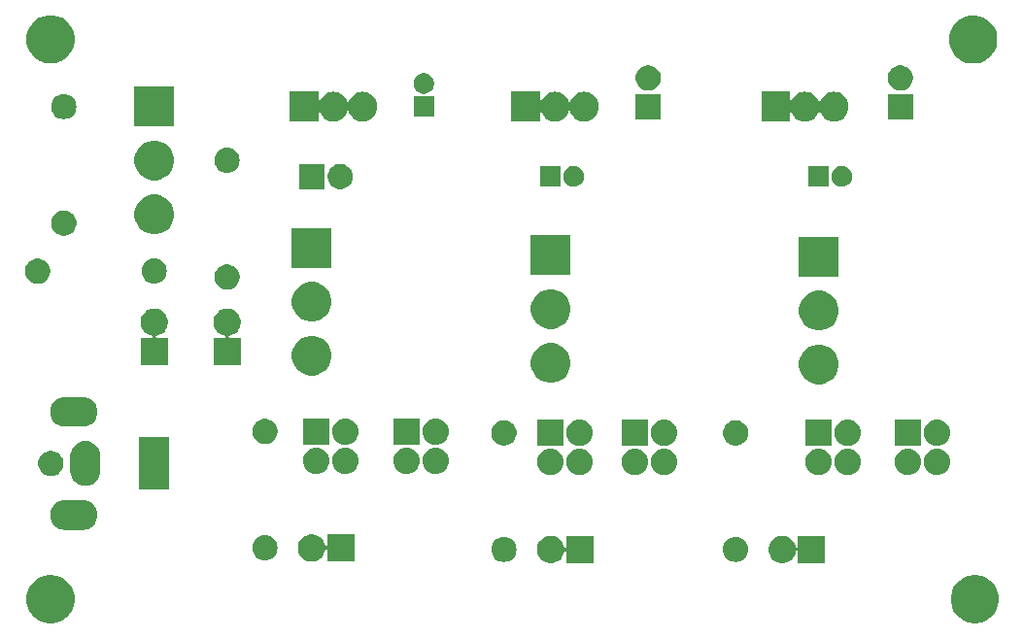
<source format=gbr>
G04 #@! TF.GenerationSoftware,KiCad,Pcbnew,(5.1.4)-1*
G04 #@! TF.CreationDate,2019-10-31T23:02:01-04:00*
G04 #@! TF.ProjectId,BBPSU,42425053-552e-46b6-9963-61645f706362,rev?*
G04 #@! TF.SameCoordinates,Original*
G04 #@! TF.FileFunction,Soldermask,Bot*
G04 #@! TF.FilePolarity,Negative*
%FSLAX46Y46*%
G04 Gerber Fmt 4.6, Leading zero omitted, Abs format (unit mm)*
G04 Created by KiCad (PCBNEW (5.1.4)-1) date 2019-10-31 23:02:01*
%MOMM*%
%LPD*%
G04 APERTURE LIST*
%ADD10C,0.100000*%
G04 APERTURE END LIST*
D10*
G36*
X195629156Y-96004818D02*
G01*
X195832015Y-96045169D01*
X196214192Y-96203472D01*
X196558139Y-96433290D01*
X196850644Y-96725795D01*
X197080462Y-97069742D01*
X197238765Y-97451919D01*
X197319467Y-97857636D01*
X197319467Y-98271298D01*
X197238765Y-98677015D01*
X197080462Y-99059192D01*
X196850644Y-99403139D01*
X196558139Y-99695644D01*
X196214192Y-99925462D01*
X195832015Y-100083765D01*
X195629156Y-100124116D01*
X195426299Y-100164467D01*
X195012635Y-100164467D01*
X194809778Y-100124116D01*
X194606919Y-100083765D01*
X194224742Y-99925462D01*
X193880795Y-99695644D01*
X193588290Y-99403139D01*
X193358472Y-99059192D01*
X193200169Y-98677015D01*
X193119467Y-98271298D01*
X193119467Y-97857636D01*
X193200169Y-97451919D01*
X193358472Y-97069742D01*
X193588290Y-96725795D01*
X193880795Y-96433290D01*
X194224742Y-96203472D01*
X194606919Y-96045169D01*
X194809778Y-96004818D01*
X195012635Y-95964467D01*
X195426299Y-95964467D01*
X195629156Y-96004818D01*
X195629156Y-96004818D01*
G37*
G36*
X115070222Y-96004818D02*
G01*
X115273081Y-96045169D01*
X115655258Y-96203472D01*
X115999205Y-96433290D01*
X116291710Y-96725795D01*
X116521528Y-97069742D01*
X116679831Y-97451919D01*
X116760533Y-97857636D01*
X116760533Y-98271298D01*
X116679831Y-98677015D01*
X116521528Y-99059192D01*
X116291710Y-99403139D01*
X115999205Y-99695644D01*
X115655258Y-99925462D01*
X115273081Y-100083765D01*
X115070222Y-100124116D01*
X114867365Y-100164467D01*
X114453701Y-100164467D01*
X114250844Y-100124116D01*
X114047985Y-100083765D01*
X113665808Y-99925462D01*
X113321861Y-99695644D01*
X113029356Y-99403139D01*
X112799538Y-99059192D01*
X112641235Y-98677015D01*
X112560533Y-98271298D01*
X112560533Y-97857636D01*
X112641235Y-97451919D01*
X112799538Y-97069742D01*
X113029356Y-96725795D01*
X113321861Y-96433290D01*
X113665808Y-96203472D01*
X114047985Y-96045169D01*
X114250844Y-96004818D01*
X114453701Y-95964467D01*
X114867365Y-95964467D01*
X115070222Y-96004818D01*
X115070222Y-96004818D01*
G37*
G36*
X178785027Y-92572116D02*
G01*
X179003415Y-92662575D01*
X179199955Y-92793899D01*
X179367101Y-92961045D01*
X179467911Y-93111917D01*
X179498426Y-93157587D01*
X179588884Y-93375973D01*
X179623533Y-93550161D01*
X179626443Y-93564793D01*
X179630711Y-93578862D01*
X179637642Y-93591828D01*
X179646969Y-93603193D01*
X179658334Y-93612520D01*
X179671300Y-93619451D01*
X179685370Y-93623719D01*
X179700001Y-93625160D01*
X179714633Y-93623719D01*
X179728702Y-93619451D01*
X179741668Y-93612520D01*
X179753033Y-93603193D01*
X179762360Y-93591828D01*
X179769291Y-93578862D01*
X179773559Y-93564792D01*
X179775000Y-93550161D01*
X179775000Y-92526000D01*
X182175000Y-92526000D01*
X182175000Y-94926000D01*
X179775000Y-94926000D01*
X179775000Y-93901839D01*
X179773559Y-93887207D01*
X179769291Y-93873138D01*
X179762360Y-93860172D01*
X179753033Y-93848807D01*
X179741668Y-93839480D01*
X179728702Y-93832549D01*
X179714633Y-93828281D01*
X179700001Y-93826840D01*
X179685369Y-93828281D01*
X179671300Y-93832549D01*
X179658334Y-93839480D01*
X179646969Y-93848807D01*
X179637642Y-93860172D01*
X179630711Y-93873138D01*
X179626444Y-93887205D01*
X179615616Y-93941636D01*
X179588884Y-94076027D01*
X179498425Y-94294415D01*
X179367101Y-94490955D01*
X179199955Y-94658101D01*
X179003415Y-94789425D01*
X179003414Y-94789426D01*
X179003413Y-94789426D01*
X178785027Y-94879884D01*
X178553190Y-94926000D01*
X178316810Y-94926000D01*
X178084973Y-94879884D01*
X177866587Y-94789426D01*
X177866586Y-94789426D01*
X177866585Y-94789425D01*
X177670045Y-94658101D01*
X177502899Y-94490955D01*
X177371575Y-94294415D01*
X177281116Y-94076027D01*
X177254384Y-93941636D01*
X177235000Y-93844190D01*
X177235000Y-93607810D01*
X177281116Y-93375973D01*
X177371574Y-93157587D01*
X177402090Y-93111917D01*
X177502899Y-92961045D01*
X177670045Y-92793899D01*
X177866585Y-92662575D01*
X178084973Y-92572116D01*
X178316810Y-92526000D01*
X178553190Y-92526000D01*
X178785027Y-92572116D01*
X178785027Y-92572116D01*
G37*
G36*
X158592027Y-92572116D02*
G01*
X158810415Y-92662575D01*
X159006955Y-92793899D01*
X159174101Y-92961045D01*
X159274911Y-93111917D01*
X159305426Y-93157587D01*
X159395884Y-93375973D01*
X159430533Y-93550161D01*
X159433443Y-93564793D01*
X159437711Y-93578862D01*
X159444642Y-93591828D01*
X159453969Y-93603193D01*
X159465334Y-93612520D01*
X159478300Y-93619451D01*
X159492370Y-93623719D01*
X159507001Y-93625160D01*
X159521633Y-93623719D01*
X159535702Y-93619451D01*
X159548668Y-93612520D01*
X159560033Y-93603193D01*
X159569360Y-93591828D01*
X159576291Y-93578862D01*
X159580559Y-93564792D01*
X159582000Y-93550161D01*
X159582000Y-92526000D01*
X161982000Y-92526000D01*
X161982000Y-94926000D01*
X159582000Y-94926000D01*
X159582000Y-93901839D01*
X159580559Y-93887207D01*
X159576291Y-93873138D01*
X159569360Y-93860172D01*
X159560033Y-93848807D01*
X159548668Y-93839480D01*
X159535702Y-93832549D01*
X159521633Y-93828281D01*
X159507001Y-93826840D01*
X159492369Y-93828281D01*
X159478300Y-93832549D01*
X159465334Y-93839480D01*
X159453969Y-93848807D01*
X159444642Y-93860172D01*
X159437711Y-93873138D01*
X159433444Y-93887205D01*
X159422616Y-93941636D01*
X159395884Y-94076027D01*
X159305425Y-94294415D01*
X159174101Y-94490955D01*
X159006955Y-94658101D01*
X158810415Y-94789425D01*
X158810414Y-94789426D01*
X158810413Y-94789426D01*
X158592027Y-94879884D01*
X158360190Y-94926000D01*
X158123810Y-94926000D01*
X157891973Y-94879884D01*
X157673587Y-94789426D01*
X157673586Y-94789426D01*
X157673585Y-94789425D01*
X157477045Y-94658101D01*
X157309899Y-94490955D01*
X157178575Y-94294415D01*
X157088116Y-94076027D01*
X157061384Y-93941636D01*
X157042000Y-93844190D01*
X157042000Y-93607810D01*
X157088116Y-93375973D01*
X157178574Y-93157587D01*
X157209090Y-93111917D01*
X157309899Y-92961045D01*
X157477045Y-92793899D01*
X157673585Y-92662575D01*
X157891973Y-92572116D01*
X158123810Y-92526000D01*
X158360190Y-92526000D01*
X158592027Y-92572116D01*
X158592027Y-92572116D01*
G37*
G36*
X154393638Y-92641916D02*
G01*
X154576680Y-92697442D01*
X154600992Y-92704817D01*
X154792083Y-92806957D01*
X154959581Y-92944419D01*
X155097043Y-93111917D01*
X155199183Y-93303008D01*
X155199184Y-93303012D01*
X155262084Y-93510362D01*
X155283322Y-93726000D01*
X155262084Y-93941638D01*
X155206558Y-94124680D01*
X155199183Y-94148992D01*
X155097043Y-94340083D01*
X154959581Y-94507581D01*
X154792083Y-94645043D01*
X154600992Y-94747183D01*
X154582198Y-94752884D01*
X154393638Y-94810084D01*
X154232036Y-94826000D01*
X154123964Y-94826000D01*
X153962362Y-94810084D01*
X153773802Y-94752884D01*
X153755008Y-94747183D01*
X153563917Y-94645043D01*
X153396419Y-94507581D01*
X153258957Y-94340083D01*
X153156817Y-94148992D01*
X153149442Y-94124680D01*
X153093916Y-93941638D01*
X153072678Y-93726000D01*
X153093916Y-93510362D01*
X153156816Y-93303012D01*
X153156817Y-93303008D01*
X153258957Y-93111917D01*
X153396419Y-92944419D01*
X153563917Y-92806957D01*
X153755008Y-92704817D01*
X153779320Y-92697442D01*
X153962362Y-92641916D01*
X154123964Y-92626000D01*
X154232036Y-92626000D01*
X154393638Y-92641916D01*
X154393638Y-92641916D01*
G37*
G36*
X174586638Y-92641916D02*
G01*
X174769680Y-92697442D01*
X174793992Y-92704817D01*
X174985083Y-92806957D01*
X175152581Y-92944419D01*
X175290043Y-93111917D01*
X175392183Y-93303008D01*
X175392184Y-93303012D01*
X175455084Y-93510362D01*
X175476322Y-93726000D01*
X175455084Y-93941638D01*
X175399558Y-94124680D01*
X175392183Y-94148992D01*
X175290043Y-94340083D01*
X175152581Y-94507581D01*
X174985083Y-94645043D01*
X174793992Y-94747183D01*
X174775198Y-94752884D01*
X174586638Y-94810084D01*
X174425036Y-94826000D01*
X174316964Y-94826000D01*
X174155362Y-94810084D01*
X173966802Y-94752884D01*
X173948008Y-94747183D01*
X173756917Y-94645043D01*
X173589419Y-94507581D01*
X173451957Y-94340083D01*
X173349817Y-94148992D01*
X173342442Y-94124680D01*
X173286916Y-93941638D01*
X173265678Y-93726000D01*
X173286916Y-93510362D01*
X173349816Y-93303012D01*
X173349817Y-93303008D01*
X173451957Y-93111917D01*
X173589419Y-92944419D01*
X173756917Y-92806957D01*
X173948008Y-92704817D01*
X173972320Y-92697442D01*
X174155362Y-92641916D01*
X174316964Y-92626000D01*
X174425036Y-92626000D01*
X174586638Y-92641916D01*
X174586638Y-92641916D01*
G37*
G36*
X137764027Y-92445116D02*
G01*
X137982415Y-92535575D01*
X138178955Y-92666899D01*
X138346101Y-92834045D01*
X138446911Y-92984917D01*
X138477426Y-93030587D01*
X138567884Y-93248973D01*
X138602533Y-93423161D01*
X138605443Y-93437793D01*
X138609711Y-93451862D01*
X138616642Y-93464828D01*
X138625969Y-93476193D01*
X138637334Y-93485520D01*
X138650300Y-93492451D01*
X138664370Y-93496719D01*
X138679001Y-93498160D01*
X138693633Y-93496719D01*
X138707702Y-93492451D01*
X138720668Y-93485520D01*
X138732033Y-93476193D01*
X138741360Y-93464828D01*
X138748291Y-93451862D01*
X138752559Y-93437792D01*
X138754000Y-93423161D01*
X138754000Y-92399000D01*
X141154000Y-92399000D01*
X141154000Y-94799000D01*
X138754000Y-94799000D01*
X138754000Y-93774839D01*
X138752559Y-93760207D01*
X138748291Y-93746138D01*
X138741360Y-93733172D01*
X138732033Y-93721807D01*
X138720668Y-93712480D01*
X138707702Y-93705549D01*
X138693633Y-93701281D01*
X138679001Y-93699840D01*
X138664369Y-93701281D01*
X138650300Y-93705549D01*
X138637334Y-93712480D01*
X138625969Y-93721807D01*
X138616642Y-93733172D01*
X138609711Y-93746138D01*
X138605444Y-93760205D01*
X138580181Y-93887207D01*
X138567884Y-93949027D01*
X138477425Y-94167415D01*
X138346101Y-94363955D01*
X138178955Y-94531101D01*
X137982415Y-94662425D01*
X137982414Y-94662426D01*
X137982413Y-94662426D01*
X137764027Y-94752884D01*
X137532190Y-94799000D01*
X137295810Y-94799000D01*
X137063973Y-94752884D01*
X136845587Y-94662426D01*
X136845586Y-94662426D01*
X136845585Y-94662425D01*
X136649045Y-94531101D01*
X136481899Y-94363955D01*
X136350575Y-94167415D01*
X136260116Y-93949027D01*
X136247819Y-93887207D01*
X136214000Y-93717190D01*
X136214000Y-93480810D01*
X136260116Y-93248973D01*
X136350574Y-93030587D01*
X136381090Y-92984917D01*
X136481899Y-92834045D01*
X136649045Y-92666899D01*
X136845585Y-92535575D01*
X137063973Y-92445116D01*
X137295810Y-92399000D01*
X137532190Y-92399000D01*
X137764027Y-92445116D01*
X137764027Y-92445116D01*
G37*
G36*
X133565638Y-92514916D02*
G01*
X133748680Y-92570442D01*
X133772992Y-92577817D01*
X133964083Y-92679957D01*
X134131581Y-92817419D01*
X134269043Y-92984917D01*
X134371183Y-93176008D01*
X134371184Y-93176012D01*
X134434084Y-93383362D01*
X134455322Y-93599000D01*
X134434084Y-93814638D01*
X134378558Y-93997680D01*
X134371183Y-94021992D01*
X134269043Y-94213083D01*
X134131581Y-94380581D01*
X133964083Y-94518043D01*
X133772992Y-94620183D01*
X133748680Y-94627558D01*
X133565638Y-94683084D01*
X133404036Y-94699000D01*
X133295964Y-94699000D01*
X133134362Y-94683084D01*
X132951320Y-94627558D01*
X132927008Y-94620183D01*
X132735917Y-94518043D01*
X132568419Y-94380581D01*
X132430957Y-94213083D01*
X132328817Y-94021992D01*
X132321442Y-93997680D01*
X132265916Y-93814638D01*
X132244678Y-93599000D01*
X132265916Y-93383362D01*
X132328816Y-93176012D01*
X132328817Y-93176008D01*
X132430957Y-92984917D01*
X132568419Y-92817419D01*
X132735917Y-92679957D01*
X132927008Y-92577817D01*
X132951320Y-92570442D01*
X133134362Y-92514916D01*
X133295964Y-92499000D01*
X133404036Y-92499000D01*
X133565638Y-92514916D01*
X133565638Y-92514916D01*
G37*
G36*
X117702845Y-89451810D02*
G01*
X117947896Y-89526145D01*
X118015348Y-89562199D01*
X118173734Y-89646858D01*
X118173736Y-89646860D01*
X118371687Y-89809313D01*
X118507406Y-89974689D01*
X118534142Y-90007266D01*
X118618801Y-90165652D01*
X118654855Y-90233104D01*
X118729190Y-90478155D01*
X118754290Y-90733000D01*
X118729190Y-90987845D01*
X118654855Y-91232896D01*
X118654853Y-91232899D01*
X118534142Y-91458734D01*
X118534140Y-91458736D01*
X118371687Y-91656687D01*
X118206311Y-91792406D01*
X118173734Y-91819142D01*
X118015348Y-91903801D01*
X117947896Y-91939855D01*
X117702845Y-92014190D01*
X117511864Y-92033000D01*
X115884136Y-92033000D01*
X115693155Y-92014190D01*
X115448104Y-91939855D01*
X115380652Y-91903801D01*
X115222266Y-91819142D01*
X115189689Y-91792406D01*
X115024313Y-91656687D01*
X114861860Y-91458736D01*
X114861858Y-91458734D01*
X114741147Y-91232899D01*
X114741145Y-91232896D01*
X114666810Y-90987845D01*
X114641710Y-90733000D01*
X114666810Y-90478155D01*
X114741145Y-90233104D01*
X114777199Y-90165652D01*
X114861858Y-90007266D01*
X114888594Y-89974689D01*
X115024313Y-89809313D01*
X115222264Y-89646860D01*
X115222266Y-89646858D01*
X115380652Y-89562199D01*
X115448104Y-89526145D01*
X115693155Y-89451810D01*
X115884136Y-89433000D01*
X117511864Y-89433000D01*
X117702845Y-89451810D01*
X117702845Y-89451810D01*
G37*
G36*
X124998000Y-88533000D02*
G01*
X122398000Y-88533000D01*
X122398000Y-83933000D01*
X124998000Y-83933000D01*
X124998000Y-88533000D01*
X124998000Y-88533000D01*
G37*
G36*
X117952845Y-84301810D02*
G01*
X118197896Y-84376145D01*
X118265348Y-84412199D01*
X118423734Y-84496858D01*
X118435607Y-84506602D01*
X118621687Y-84659313D01*
X118757406Y-84824689D01*
X118784142Y-84857266D01*
X118868801Y-85015652D01*
X118904855Y-85083104D01*
X118979190Y-85328155D01*
X118998000Y-85519136D01*
X118998000Y-86946864D01*
X118979190Y-87137845D01*
X118904855Y-87382896D01*
X118904853Y-87382899D01*
X118784142Y-87608734D01*
X118784140Y-87608736D01*
X118621687Y-87806687D01*
X118447399Y-87949720D01*
X118423733Y-87969142D01*
X118265347Y-88053801D01*
X118197895Y-88089855D01*
X117952844Y-88164190D01*
X117698000Y-88189290D01*
X117443155Y-88164190D01*
X117198104Y-88089855D01*
X117130652Y-88053801D01*
X116972266Y-87969142D01*
X116949935Y-87950816D01*
X116774313Y-87806687D01*
X116631280Y-87632399D01*
X116611858Y-87608733D01*
X116527199Y-87450347D01*
X116491145Y-87382895D01*
X116416810Y-87137844D01*
X116398000Y-86946863D01*
X116398000Y-85519136D01*
X116416810Y-85328155D01*
X116491145Y-85083104D01*
X116550190Y-84972640D01*
X116611859Y-84857266D01*
X116638595Y-84824689D01*
X116774314Y-84659313D01*
X116960394Y-84506602D01*
X116972267Y-84496858D01*
X117130653Y-84412199D01*
X117198105Y-84376145D01*
X117443156Y-84301810D01*
X117698000Y-84276710D01*
X117952845Y-84301810D01*
X117952845Y-84301810D01*
G37*
G36*
X114951593Y-85161893D02*
G01*
X115018858Y-85175273D01*
X115219048Y-85258194D01*
X115399209Y-85378574D01*
X115552426Y-85531791D01*
X115672806Y-85711952D01*
X115755727Y-85912142D01*
X115798000Y-86124661D01*
X115798000Y-86341339D01*
X115755727Y-86553858D01*
X115672806Y-86754048D01*
X115552426Y-86934209D01*
X115399209Y-87087426D01*
X115219048Y-87207806D01*
X115102697Y-87256000D01*
X115018858Y-87290727D01*
X114806341Y-87333000D01*
X114589659Y-87333000D01*
X114377142Y-87290727D01*
X114293303Y-87256000D01*
X114176952Y-87207806D01*
X113996791Y-87087426D01*
X113843574Y-86934209D01*
X113723194Y-86754048D01*
X113640273Y-86553858D01*
X113598000Y-86341339D01*
X113598000Y-86124661D01*
X113640273Y-85912142D01*
X113723194Y-85711952D01*
X113843574Y-85531791D01*
X113996791Y-85378574D01*
X114176952Y-85258194D01*
X114377142Y-85175273D01*
X114444407Y-85161893D01*
X114589659Y-85133000D01*
X114806341Y-85133000D01*
X114951593Y-85161893D01*
X114951593Y-85161893D01*
G37*
G36*
X168373439Y-84972640D02*
G01*
X168590215Y-85038398D01*
X168590218Y-85038400D01*
X168590219Y-85038400D01*
X168789996Y-85145182D01*
X168965107Y-85288893D01*
X169108818Y-85464004D01*
X169215600Y-85663781D01*
X169215602Y-85663785D01*
X169281360Y-85880561D01*
X169303564Y-86106000D01*
X169281360Y-86331439D01*
X169215602Y-86548215D01*
X169215600Y-86548218D01*
X169215600Y-86548219D01*
X169108818Y-86747996D01*
X168965107Y-86923107D01*
X168789996Y-87066818D01*
X168590219Y-87173600D01*
X168590215Y-87173602D01*
X168373439Y-87239360D01*
X168204492Y-87256000D01*
X168091508Y-87256000D01*
X167922561Y-87239360D01*
X167705785Y-87173602D01*
X167705781Y-87173600D01*
X167506004Y-87066818D01*
X167330893Y-86923107D01*
X167187182Y-86747996D01*
X167080400Y-86548219D01*
X167080400Y-86548218D01*
X167080398Y-86548215D01*
X167014640Y-86331439D01*
X166992436Y-86106000D01*
X167014640Y-85880561D01*
X167080398Y-85663785D01*
X167080400Y-85663781D01*
X167187182Y-85464004D01*
X167330893Y-85288893D01*
X167506004Y-85145182D01*
X167705781Y-85038400D01*
X167705782Y-85038400D01*
X167705785Y-85038398D01*
X167922561Y-84972640D01*
X168091508Y-84956000D01*
X168204492Y-84956000D01*
X168373439Y-84972640D01*
X168373439Y-84972640D01*
G37*
G36*
X181835439Y-84972640D02*
G01*
X182052215Y-85038398D01*
X182052218Y-85038400D01*
X182052219Y-85038400D01*
X182251996Y-85145182D01*
X182427107Y-85288893D01*
X182570818Y-85464004D01*
X182677600Y-85663781D01*
X182677602Y-85663785D01*
X182743360Y-85880561D01*
X182765564Y-86106000D01*
X182743360Y-86331439D01*
X182677602Y-86548215D01*
X182677600Y-86548218D01*
X182677600Y-86548219D01*
X182570818Y-86747996D01*
X182427107Y-86923107D01*
X182251996Y-87066818D01*
X182052219Y-87173600D01*
X182052215Y-87173602D01*
X181835439Y-87239360D01*
X181666492Y-87256000D01*
X181553508Y-87256000D01*
X181384561Y-87239360D01*
X181167785Y-87173602D01*
X181167781Y-87173600D01*
X180968004Y-87066818D01*
X180792893Y-86923107D01*
X180649182Y-86747996D01*
X180542400Y-86548219D01*
X180542400Y-86548218D01*
X180542398Y-86548215D01*
X180476640Y-86331439D01*
X180454436Y-86106000D01*
X180476640Y-85880561D01*
X180542398Y-85663785D01*
X180542400Y-85663781D01*
X180649182Y-85464004D01*
X180792893Y-85288893D01*
X180968004Y-85145182D01*
X181167781Y-85038400D01*
X181167782Y-85038400D01*
X181167785Y-85038398D01*
X181384561Y-84972640D01*
X181553508Y-84956000D01*
X181666492Y-84956000D01*
X181835439Y-84972640D01*
X181835439Y-84972640D01*
G37*
G36*
X184375439Y-84972640D02*
G01*
X184592215Y-85038398D01*
X184592218Y-85038400D01*
X184592219Y-85038400D01*
X184791996Y-85145182D01*
X184967107Y-85288893D01*
X185110818Y-85464004D01*
X185217600Y-85663781D01*
X185217602Y-85663785D01*
X185283360Y-85880561D01*
X185305564Y-86106000D01*
X185283360Y-86331439D01*
X185217602Y-86548215D01*
X185217600Y-86548218D01*
X185217600Y-86548219D01*
X185110818Y-86747996D01*
X184967107Y-86923107D01*
X184791996Y-87066818D01*
X184592219Y-87173600D01*
X184592215Y-87173602D01*
X184375439Y-87239360D01*
X184206492Y-87256000D01*
X184093508Y-87256000D01*
X183924561Y-87239360D01*
X183707785Y-87173602D01*
X183707781Y-87173600D01*
X183508004Y-87066818D01*
X183332893Y-86923107D01*
X183189182Y-86747996D01*
X183082400Y-86548219D01*
X183082400Y-86548218D01*
X183082398Y-86548215D01*
X183016640Y-86331439D01*
X182994436Y-86106000D01*
X183016640Y-85880561D01*
X183082398Y-85663785D01*
X183082400Y-85663781D01*
X183189182Y-85464004D01*
X183332893Y-85288893D01*
X183508004Y-85145182D01*
X183707781Y-85038400D01*
X183707782Y-85038400D01*
X183707785Y-85038398D01*
X183924561Y-84972640D01*
X184093508Y-84956000D01*
X184206492Y-84956000D01*
X184375439Y-84972640D01*
X184375439Y-84972640D01*
G37*
G36*
X158467439Y-84972640D02*
G01*
X158684215Y-85038398D01*
X158684218Y-85038400D01*
X158684219Y-85038400D01*
X158883996Y-85145182D01*
X159059107Y-85288893D01*
X159202818Y-85464004D01*
X159309600Y-85663781D01*
X159309602Y-85663785D01*
X159375360Y-85880561D01*
X159397564Y-86106000D01*
X159375360Y-86331439D01*
X159309602Y-86548215D01*
X159309600Y-86548218D01*
X159309600Y-86548219D01*
X159202818Y-86747996D01*
X159059107Y-86923107D01*
X158883996Y-87066818D01*
X158684219Y-87173600D01*
X158684215Y-87173602D01*
X158467439Y-87239360D01*
X158298492Y-87256000D01*
X158185508Y-87256000D01*
X158016561Y-87239360D01*
X157799785Y-87173602D01*
X157799781Y-87173600D01*
X157600004Y-87066818D01*
X157424893Y-86923107D01*
X157281182Y-86747996D01*
X157174400Y-86548219D01*
X157174400Y-86548218D01*
X157174398Y-86548215D01*
X157108640Y-86331439D01*
X157086436Y-86106000D01*
X157108640Y-85880561D01*
X157174398Y-85663785D01*
X157174400Y-85663781D01*
X157281182Y-85464004D01*
X157424893Y-85288893D01*
X157600004Y-85145182D01*
X157799781Y-85038400D01*
X157799782Y-85038400D01*
X157799785Y-85038398D01*
X158016561Y-84972640D01*
X158185508Y-84956000D01*
X158298492Y-84956000D01*
X158467439Y-84972640D01*
X158467439Y-84972640D01*
G37*
G36*
X192122439Y-84972640D02*
G01*
X192339215Y-85038398D01*
X192339218Y-85038400D01*
X192339219Y-85038400D01*
X192538996Y-85145182D01*
X192714107Y-85288893D01*
X192857818Y-85464004D01*
X192964600Y-85663781D01*
X192964602Y-85663785D01*
X193030360Y-85880561D01*
X193052564Y-86106000D01*
X193030360Y-86331439D01*
X192964602Y-86548215D01*
X192964600Y-86548218D01*
X192964600Y-86548219D01*
X192857818Y-86747996D01*
X192714107Y-86923107D01*
X192538996Y-87066818D01*
X192339219Y-87173600D01*
X192339215Y-87173602D01*
X192122439Y-87239360D01*
X191953492Y-87256000D01*
X191840508Y-87256000D01*
X191671561Y-87239360D01*
X191454785Y-87173602D01*
X191454781Y-87173600D01*
X191255004Y-87066818D01*
X191079893Y-86923107D01*
X190936182Y-86747996D01*
X190829400Y-86548219D01*
X190829400Y-86548218D01*
X190829398Y-86548215D01*
X190763640Y-86331439D01*
X190741436Y-86106000D01*
X190763640Y-85880561D01*
X190829398Y-85663785D01*
X190829400Y-85663781D01*
X190936182Y-85464004D01*
X191079893Y-85288893D01*
X191255004Y-85145182D01*
X191454781Y-85038400D01*
X191454782Y-85038400D01*
X191454785Y-85038398D01*
X191671561Y-84972640D01*
X191840508Y-84956000D01*
X191953492Y-84956000D01*
X192122439Y-84972640D01*
X192122439Y-84972640D01*
G37*
G36*
X165833439Y-84972640D02*
G01*
X166050215Y-85038398D01*
X166050218Y-85038400D01*
X166050219Y-85038400D01*
X166249996Y-85145182D01*
X166425107Y-85288893D01*
X166568818Y-85464004D01*
X166675600Y-85663781D01*
X166675602Y-85663785D01*
X166741360Y-85880561D01*
X166763564Y-86106000D01*
X166741360Y-86331439D01*
X166675602Y-86548215D01*
X166675600Y-86548218D01*
X166675600Y-86548219D01*
X166568818Y-86747996D01*
X166425107Y-86923107D01*
X166249996Y-87066818D01*
X166050219Y-87173600D01*
X166050215Y-87173602D01*
X165833439Y-87239360D01*
X165664492Y-87256000D01*
X165551508Y-87256000D01*
X165382561Y-87239360D01*
X165165785Y-87173602D01*
X165165781Y-87173600D01*
X164966004Y-87066818D01*
X164790893Y-86923107D01*
X164647182Y-86747996D01*
X164540400Y-86548219D01*
X164540400Y-86548218D01*
X164540398Y-86548215D01*
X164474640Y-86331439D01*
X164452436Y-86106000D01*
X164474640Y-85880561D01*
X164540398Y-85663785D01*
X164540400Y-85663781D01*
X164647182Y-85464004D01*
X164790893Y-85288893D01*
X164966004Y-85145182D01*
X165165781Y-85038400D01*
X165165782Y-85038400D01*
X165165785Y-85038398D01*
X165382561Y-84972640D01*
X165551508Y-84956000D01*
X165664492Y-84956000D01*
X165833439Y-84972640D01*
X165833439Y-84972640D01*
G37*
G36*
X161007439Y-84972640D02*
G01*
X161224215Y-85038398D01*
X161224218Y-85038400D01*
X161224219Y-85038400D01*
X161423996Y-85145182D01*
X161599107Y-85288893D01*
X161742818Y-85464004D01*
X161849600Y-85663781D01*
X161849602Y-85663785D01*
X161915360Y-85880561D01*
X161937564Y-86106000D01*
X161915360Y-86331439D01*
X161849602Y-86548215D01*
X161849600Y-86548218D01*
X161849600Y-86548219D01*
X161742818Y-86747996D01*
X161599107Y-86923107D01*
X161423996Y-87066818D01*
X161224219Y-87173600D01*
X161224215Y-87173602D01*
X161007439Y-87239360D01*
X160838492Y-87256000D01*
X160725508Y-87256000D01*
X160556561Y-87239360D01*
X160339785Y-87173602D01*
X160339781Y-87173600D01*
X160140004Y-87066818D01*
X159964893Y-86923107D01*
X159821182Y-86747996D01*
X159714400Y-86548219D01*
X159714400Y-86548218D01*
X159714398Y-86548215D01*
X159648640Y-86331439D01*
X159626436Y-86106000D01*
X159648640Y-85880561D01*
X159714398Y-85663785D01*
X159714400Y-85663781D01*
X159821182Y-85464004D01*
X159964893Y-85288893D01*
X160140004Y-85145182D01*
X160339781Y-85038400D01*
X160339782Y-85038400D01*
X160339785Y-85038398D01*
X160556561Y-84972640D01*
X160725508Y-84956000D01*
X160838492Y-84956000D01*
X161007439Y-84972640D01*
X161007439Y-84972640D01*
G37*
G36*
X189582439Y-84972640D02*
G01*
X189799215Y-85038398D01*
X189799218Y-85038400D01*
X189799219Y-85038400D01*
X189998996Y-85145182D01*
X190174107Y-85288893D01*
X190317818Y-85464004D01*
X190424600Y-85663781D01*
X190424602Y-85663785D01*
X190490360Y-85880561D01*
X190512564Y-86106000D01*
X190490360Y-86331439D01*
X190424602Y-86548215D01*
X190424600Y-86548218D01*
X190424600Y-86548219D01*
X190317818Y-86747996D01*
X190174107Y-86923107D01*
X189998996Y-87066818D01*
X189799219Y-87173600D01*
X189799215Y-87173602D01*
X189582439Y-87239360D01*
X189413492Y-87256000D01*
X189300508Y-87256000D01*
X189131561Y-87239360D01*
X188914785Y-87173602D01*
X188914781Y-87173600D01*
X188715004Y-87066818D01*
X188539893Y-86923107D01*
X188396182Y-86747996D01*
X188289400Y-86548219D01*
X188289400Y-86548218D01*
X188289398Y-86548215D01*
X188223640Y-86331439D01*
X188201436Y-86106000D01*
X188223640Y-85880561D01*
X188289398Y-85663785D01*
X188289400Y-85663781D01*
X188396182Y-85464004D01*
X188539893Y-85288893D01*
X188715004Y-85145182D01*
X188914781Y-85038400D01*
X188914782Y-85038400D01*
X188914785Y-85038398D01*
X189131561Y-84972640D01*
X189300508Y-84956000D01*
X189413492Y-84956000D01*
X189582439Y-84972640D01*
X189582439Y-84972640D01*
G37*
G36*
X140560439Y-84845640D02*
G01*
X140777215Y-84911398D01*
X140777218Y-84911400D01*
X140777219Y-84911400D01*
X140976996Y-85018182D01*
X141152107Y-85161893D01*
X141295818Y-85337004D01*
X141393169Y-85519137D01*
X141402602Y-85536785D01*
X141468360Y-85753561D01*
X141490564Y-85979000D01*
X141468360Y-86204439D01*
X141402602Y-86421215D01*
X141402600Y-86421218D01*
X141402600Y-86421219D01*
X141295818Y-86620996D01*
X141152107Y-86796107D01*
X140976996Y-86939818D01*
X140777219Y-87046600D01*
X140777215Y-87046602D01*
X140560439Y-87112360D01*
X140391492Y-87129000D01*
X140278508Y-87129000D01*
X140109561Y-87112360D01*
X139892785Y-87046602D01*
X139892781Y-87046600D01*
X139693004Y-86939818D01*
X139517893Y-86796107D01*
X139374182Y-86620996D01*
X139267400Y-86421219D01*
X139267400Y-86421218D01*
X139267398Y-86421215D01*
X139201640Y-86204439D01*
X139179436Y-85979000D01*
X139201640Y-85753561D01*
X139267398Y-85536785D01*
X139276831Y-85519137D01*
X139374182Y-85337004D01*
X139517893Y-85161893D01*
X139693004Y-85018182D01*
X139892781Y-84911400D01*
X139892782Y-84911400D01*
X139892785Y-84911398D01*
X140109561Y-84845640D01*
X140278508Y-84829000D01*
X140391492Y-84829000D01*
X140560439Y-84845640D01*
X140560439Y-84845640D01*
G37*
G36*
X138020439Y-84845640D02*
G01*
X138237215Y-84911398D01*
X138237218Y-84911400D01*
X138237219Y-84911400D01*
X138436996Y-85018182D01*
X138612107Y-85161893D01*
X138755818Y-85337004D01*
X138853169Y-85519137D01*
X138862602Y-85536785D01*
X138928360Y-85753561D01*
X138950564Y-85979000D01*
X138928360Y-86204439D01*
X138862602Y-86421215D01*
X138862600Y-86421218D01*
X138862600Y-86421219D01*
X138755818Y-86620996D01*
X138612107Y-86796107D01*
X138436996Y-86939818D01*
X138237219Y-87046600D01*
X138237215Y-87046602D01*
X138020439Y-87112360D01*
X137851492Y-87129000D01*
X137738508Y-87129000D01*
X137569561Y-87112360D01*
X137352785Y-87046602D01*
X137352781Y-87046600D01*
X137153004Y-86939818D01*
X136977893Y-86796107D01*
X136834182Y-86620996D01*
X136727400Y-86421219D01*
X136727400Y-86421218D01*
X136727398Y-86421215D01*
X136661640Y-86204439D01*
X136639436Y-85979000D01*
X136661640Y-85753561D01*
X136727398Y-85536785D01*
X136736831Y-85519137D01*
X136834182Y-85337004D01*
X136977893Y-85161893D01*
X137153004Y-85018182D01*
X137352781Y-84911400D01*
X137352782Y-84911400D01*
X137352785Y-84911398D01*
X137569561Y-84845640D01*
X137738508Y-84829000D01*
X137851492Y-84829000D01*
X138020439Y-84845640D01*
X138020439Y-84845640D01*
G37*
G36*
X148434439Y-84845640D02*
G01*
X148651215Y-84911398D01*
X148651218Y-84911400D01*
X148651219Y-84911400D01*
X148850996Y-85018182D01*
X149026107Y-85161893D01*
X149169818Y-85337004D01*
X149267169Y-85519137D01*
X149276602Y-85536785D01*
X149342360Y-85753561D01*
X149364564Y-85979000D01*
X149342360Y-86204439D01*
X149276602Y-86421215D01*
X149276600Y-86421218D01*
X149276600Y-86421219D01*
X149169818Y-86620996D01*
X149026107Y-86796107D01*
X148850996Y-86939818D01*
X148651219Y-87046600D01*
X148651215Y-87046602D01*
X148434439Y-87112360D01*
X148265492Y-87129000D01*
X148152508Y-87129000D01*
X147983561Y-87112360D01*
X147766785Y-87046602D01*
X147766781Y-87046600D01*
X147567004Y-86939818D01*
X147391893Y-86796107D01*
X147248182Y-86620996D01*
X147141400Y-86421219D01*
X147141400Y-86421218D01*
X147141398Y-86421215D01*
X147075640Y-86204439D01*
X147053436Y-85979000D01*
X147075640Y-85753561D01*
X147141398Y-85536785D01*
X147150831Y-85519137D01*
X147248182Y-85337004D01*
X147391893Y-85161893D01*
X147567004Y-85018182D01*
X147766781Y-84911400D01*
X147766782Y-84911400D01*
X147766785Y-84911398D01*
X147983561Y-84845640D01*
X148152508Y-84829000D01*
X148265492Y-84829000D01*
X148434439Y-84845640D01*
X148434439Y-84845640D01*
G37*
G36*
X145894439Y-84845640D02*
G01*
X146111215Y-84911398D01*
X146111218Y-84911400D01*
X146111219Y-84911400D01*
X146310996Y-85018182D01*
X146486107Y-85161893D01*
X146629818Y-85337004D01*
X146727169Y-85519137D01*
X146736602Y-85536785D01*
X146802360Y-85753561D01*
X146824564Y-85979000D01*
X146802360Y-86204439D01*
X146736602Y-86421215D01*
X146736600Y-86421218D01*
X146736600Y-86421219D01*
X146629818Y-86620996D01*
X146486107Y-86796107D01*
X146310996Y-86939818D01*
X146111219Y-87046600D01*
X146111215Y-87046602D01*
X145894439Y-87112360D01*
X145725492Y-87129000D01*
X145612508Y-87129000D01*
X145443561Y-87112360D01*
X145226785Y-87046602D01*
X145226781Y-87046600D01*
X145027004Y-86939818D01*
X144851893Y-86796107D01*
X144708182Y-86620996D01*
X144601400Y-86421219D01*
X144601400Y-86421218D01*
X144601398Y-86421215D01*
X144535640Y-86204439D01*
X144513436Y-85979000D01*
X144535640Y-85753561D01*
X144601398Y-85536785D01*
X144610831Y-85519137D01*
X144708182Y-85337004D01*
X144851893Y-85161893D01*
X145027004Y-85018182D01*
X145226781Y-84911400D01*
X145226782Y-84911400D01*
X145226785Y-84911398D01*
X145443561Y-84845640D01*
X145612508Y-84829000D01*
X145725492Y-84829000D01*
X145894439Y-84845640D01*
X145894439Y-84845640D01*
G37*
G36*
X192122439Y-82432640D02*
G01*
X192339215Y-82498398D01*
X192339218Y-82498400D01*
X192339219Y-82498400D01*
X192538996Y-82605182D01*
X192714107Y-82748893D01*
X192857818Y-82924004D01*
X192961586Y-83118142D01*
X192964602Y-83123785D01*
X193030360Y-83340561D01*
X193052564Y-83566000D01*
X193030360Y-83791439D01*
X192964602Y-84008215D01*
X192964600Y-84008218D01*
X192964600Y-84008219D01*
X192857818Y-84207996D01*
X192714107Y-84383107D01*
X192538996Y-84526818D01*
X192357690Y-84623727D01*
X192339215Y-84633602D01*
X192122439Y-84699360D01*
X191953492Y-84716000D01*
X191840508Y-84716000D01*
X191671561Y-84699360D01*
X191454785Y-84633602D01*
X191436310Y-84623727D01*
X191255004Y-84526818D01*
X191079893Y-84383107D01*
X190936182Y-84207996D01*
X190829400Y-84008219D01*
X190829400Y-84008218D01*
X190829398Y-84008215D01*
X190763640Y-83791439D01*
X190741436Y-83566000D01*
X190763640Y-83340561D01*
X190829398Y-83123785D01*
X190832414Y-83118142D01*
X190936182Y-82924004D01*
X191079893Y-82748893D01*
X191255004Y-82605182D01*
X191454781Y-82498400D01*
X191454782Y-82498400D01*
X191454785Y-82498398D01*
X191671561Y-82432640D01*
X191840508Y-82416000D01*
X191953492Y-82416000D01*
X192122439Y-82432640D01*
X192122439Y-82432640D01*
G37*
G36*
X159392000Y-84716000D02*
G01*
X157092000Y-84716000D01*
X157092000Y-82416000D01*
X159392000Y-82416000D01*
X159392000Y-84716000D01*
X159392000Y-84716000D01*
G37*
G36*
X161007439Y-82432640D02*
G01*
X161224215Y-82498398D01*
X161224218Y-82498400D01*
X161224219Y-82498400D01*
X161423996Y-82605182D01*
X161599107Y-82748893D01*
X161742818Y-82924004D01*
X161846586Y-83118142D01*
X161849602Y-83123785D01*
X161915360Y-83340561D01*
X161937564Y-83566000D01*
X161915360Y-83791439D01*
X161849602Y-84008215D01*
X161849600Y-84008218D01*
X161849600Y-84008219D01*
X161742818Y-84207996D01*
X161599107Y-84383107D01*
X161423996Y-84526818D01*
X161242690Y-84623727D01*
X161224215Y-84633602D01*
X161007439Y-84699360D01*
X160838492Y-84716000D01*
X160725508Y-84716000D01*
X160556561Y-84699360D01*
X160339785Y-84633602D01*
X160321310Y-84623727D01*
X160140004Y-84526818D01*
X159964893Y-84383107D01*
X159821182Y-84207996D01*
X159714400Y-84008219D01*
X159714400Y-84008218D01*
X159714398Y-84008215D01*
X159648640Y-83791439D01*
X159626436Y-83566000D01*
X159648640Y-83340561D01*
X159714398Y-83123785D01*
X159717414Y-83118142D01*
X159821182Y-82924004D01*
X159964893Y-82748893D01*
X160140004Y-82605182D01*
X160339781Y-82498400D01*
X160339782Y-82498400D01*
X160339785Y-82498398D01*
X160556561Y-82432640D01*
X160725508Y-82416000D01*
X160838492Y-82416000D01*
X161007439Y-82432640D01*
X161007439Y-82432640D01*
G37*
G36*
X190507000Y-84716000D02*
G01*
X188207000Y-84716000D01*
X188207000Y-82416000D01*
X190507000Y-82416000D01*
X190507000Y-84716000D01*
X190507000Y-84716000D01*
G37*
G36*
X184375439Y-82432640D02*
G01*
X184592215Y-82498398D01*
X184592218Y-82498400D01*
X184592219Y-82498400D01*
X184791996Y-82605182D01*
X184967107Y-82748893D01*
X185110818Y-82924004D01*
X185214586Y-83118142D01*
X185217602Y-83123785D01*
X185283360Y-83340561D01*
X185305564Y-83566000D01*
X185283360Y-83791439D01*
X185217602Y-84008215D01*
X185217600Y-84008218D01*
X185217600Y-84008219D01*
X185110818Y-84207996D01*
X184967107Y-84383107D01*
X184791996Y-84526818D01*
X184610690Y-84623727D01*
X184592215Y-84633602D01*
X184375439Y-84699360D01*
X184206492Y-84716000D01*
X184093508Y-84716000D01*
X183924561Y-84699360D01*
X183707785Y-84633602D01*
X183689310Y-84623727D01*
X183508004Y-84526818D01*
X183332893Y-84383107D01*
X183189182Y-84207996D01*
X183082400Y-84008219D01*
X183082400Y-84008218D01*
X183082398Y-84008215D01*
X183016640Y-83791439D01*
X182994436Y-83566000D01*
X183016640Y-83340561D01*
X183082398Y-83123785D01*
X183085414Y-83118142D01*
X183189182Y-82924004D01*
X183332893Y-82748893D01*
X183508004Y-82605182D01*
X183707781Y-82498400D01*
X183707782Y-82498400D01*
X183707785Y-82498398D01*
X183924561Y-82432640D01*
X184093508Y-82416000D01*
X184206492Y-82416000D01*
X184375439Y-82432640D01*
X184375439Y-82432640D01*
G37*
G36*
X166758000Y-84716000D02*
G01*
X164458000Y-84716000D01*
X164458000Y-82416000D01*
X166758000Y-82416000D01*
X166758000Y-84716000D01*
X166758000Y-84716000D01*
G37*
G36*
X168373439Y-82432640D02*
G01*
X168590215Y-82498398D01*
X168590218Y-82498400D01*
X168590219Y-82498400D01*
X168789996Y-82605182D01*
X168965107Y-82748893D01*
X169108818Y-82924004D01*
X169212586Y-83118142D01*
X169215602Y-83123785D01*
X169281360Y-83340561D01*
X169303564Y-83566000D01*
X169281360Y-83791439D01*
X169215602Y-84008215D01*
X169215600Y-84008218D01*
X169215600Y-84008219D01*
X169108818Y-84207996D01*
X168965107Y-84383107D01*
X168789996Y-84526818D01*
X168608690Y-84623727D01*
X168590215Y-84633602D01*
X168373439Y-84699360D01*
X168204492Y-84716000D01*
X168091508Y-84716000D01*
X167922561Y-84699360D01*
X167705785Y-84633602D01*
X167687310Y-84623727D01*
X167506004Y-84526818D01*
X167330893Y-84383107D01*
X167187182Y-84207996D01*
X167080400Y-84008219D01*
X167080400Y-84008218D01*
X167080398Y-84008215D01*
X167014640Y-83791439D01*
X166992436Y-83566000D01*
X167014640Y-83340561D01*
X167080398Y-83123785D01*
X167083414Y-83118142D01*
X167187182Y-82924004D01*
X167330893Y-82748893D01*
X167506004Y-82605182D01*
X167705781Y-82498400D01*
X167705782Y-82498400D01*
X167705785Y-82498398D01*
X167922561Y-82432640D01*
X168091508Y-82416000D01*
X168204492Y-82416000D01*
X168373439Y-82432640D01*
X168373439Y-82432640D01*
G37*
G36*
X182760000Y-84716000D02*
G01*
X180460000Y-84716000D01*
X180460000Y-82416000D01*
X182760000Y-82416000D01*
X182760000Y-84716000D01*
X182760000Y-84716000D01*
G37*
G36*
X174691858Y-82508273D02*
G01*
X174892048Y-82591194D01*
X175072209Y-82711574D01*
X175225426Y-82864791D01*
X175345806Y-83044952D01*
X175415646Y-83213561D01*
X175428727Y-83245142D01*
X175471000Y-83457659D01*
X175471000Y-83674341D01*
X175447707Y-83791439D01*
X175428727Y-83886858D01*
X175345806Y-84087048D01*
X175225426Y-84267209D01*
X175072209Y-84420426D01*
X174892048Y-84540806D01*
X174775697Y-84589000D01*
X174691858Y-84623727D01*
X174479341Y-84666000D01*
X174262659Y-84666000D01*
X174050142Y-84623727D01*
X173966303Y-84589000D01*
X173849952Y-84540806D01*
X173669791Y-84420426D01*
X173516574Y-84267209D01*
X173396194Y-84087048D01*
X173313273Y-83886858D01*
X173294293Y-83791439D01*
X173271000Y-83674341D01*
X173271000Y-83457659D01*
X173313273Y-83245142D01*
X173326354Y-83213561D01*
X173396194Y-83044952D01*
X173516574Y-82864791D01*
X173669791Y-82711574D01*
X173849952Y-82591194D01*
X174050142Y-82508273D01*
X174262659Y-82466000D01*
X174479341Y-82466000D01*
X174691858Y-82508273D01*
X174691858Y-82508273D01*
G37*
G36*
X154498858Y-82508273D02*
G01*
X154699048Y-82591194D01*
X154879209Y-82711574D01*
X155032426Y-82864791D01*
X155152806Y-83044952D01*
X155222646Y-83213561D01*
X155235727Y-83245142D01*
X155278000Y-83457659D01*
X155278000Y-83674341D01*
X155254707Y-83791439D01*
X155235727Y-83886858D01*
X155152806Y-84087048D01*
X155032426Y-84267209D01*
X154879209Y-84420426D01*
X154699048Y-84540806D01*
X154582697Y-84589000D01*
X154498858Y-84623727D01*
X154286341Y-84666000D01*
X154069659Y-84666000D01*
X153857142Y-84623727D01*
X153773303Y-84589000D01*
X153656952Y-84540806D01*
X153476791Y-84420426D01*
X153323574Y-84267209D01*
X153203194Y-84087048D01*
X153120273Y-83886858D01*
X153101293Y-83791439D01*
X153078000Y-83674341D01*
X153078000Y-83457659D01*
X153120273Y-83245142D01*
X153133354Y-83213561D01*
X153203194Y-83044952D01*
X153323574Y-82864791D01*
X153476791Y-82711574D01*
X153656952Y-82591194D01*
X153857142Y-82508273D01*
X154069659Y-82466000D01*
X154286341Y-82466000D01*
X154498858Y-82508273D01*
X154498858Y-82508273D01*
G37*
G36*
X140560439Y-82305640D02*
G01*
X140777215Y-82371398D01*
X140777218Y-82371400D01*
X140777219Y-82371400D01*
X140976996Y-82478182D01*
X141152107Y-82621893D01*
X141295818Y-82797004D01*
X141402600Y-82996781D01*
X141402602Y-82996785D01*
X141468360Y-83213561D01*
X141490564Y-83439000D01*
X141468360Y-83664439D01*
X141402602Y-83881215D01*
X141402600Y-83881218D01*
X141402600Y-83881219D01*
X141295818Y-84080996D01*
X141152107Y-84256107D01*
X140976996Y-84399818D01*
X140795690Y-84496727D01*
X140777215Y-84506602D01*
X140560439Y-84572360D01*
X140391492Y-84589000D01*
X140278508Y-84589000D01*
X140109561Y-84572360D01*
X139892785Y-84506602D01*
X139874310Y-84496727D01*
X139693004Y-84399818D01*
X139517893Y-84256107D01*
X139374182Y-84080996D01*
X139267400Y-83881219D01*
X139267400Y-83881218D01*
X139267398Y-83881215D01*
X139201640Y-83664439D01*
X139179436Y-83439000D01*
X139201640Y-83213561D01*
X139267398Y-82996785D01*
X139267400Y-82996781D01*
X139374182Y-82797004D01*
X139517893Y-82621893D01*
X139693004Y-82478182D01*
X139892781Y-82371400D01*
X139892782Y-82371400D01*
X139892785Y-82371398D01*
X140109561Y-82305640D01*
X140278508Y-82289000D01*
X140391492Y-82289000D01*
X140560439Y-82305640D01*
X140560439Y-82305640D01*
G37*
G36*
X148434439Y-82305640D02*
G01*
X148651215Y-82371398D01*
X148651218Y-82371400D01*
X148651219Y-82371400D01*
X148850996Y-82478182D01*
X149026107Y-82621893D01*
X149169818Y-82797004D01*
X149276600Y-82996781D01*
X149276602Y-82996785D01*
X149342360Y-83213561D01*
X149364564Y-83439000D01*
X149342360Y-83664439D01*
X149276602Y-83881215D01*
X149276600Y-83881218D01*
X149276600Y-83881219D01*
X149169818Y-84080996D01*
X149026107Y-84256107D01*
X148850996Y-84399818D01*
X148669690Y-84496727D01*
X148651215Y-84506602D01*
X148434439Y-84572360D01*
X148265492Y-84589000D01*
X148152508Y-84589000D01*
X147983561Y-84572360D01*
X147766785Y-84506602D01*
X147748310Y-84496727D01*
X147567004Y-84399818D01*
X147391893Y-84256107D01*
X147248182Y-84080996D01*
X147141400Y-83881219D01*
X147141400Y-83881218D01*
X147141398Y-83881215D01*
X147075640Y-83664439D01*
X147053436Y-83439000D01*
X147075640Y-83213561D01*
X147141398Y-82996785D01*
X147141400Y-82996781D01*
X147248182Y-82797004D01*
X147391893Y-82621893D01*
X147567004Y-82478182D01*
X147766781Y-82371400D01*
X147766782Y-82371400D01*
X147766785Y-82371398D01*
X147983561Y-82305640D01*
X148152508Y-82289000D01*
X148265492Y-82289000D01*
X148434439Y-82305640D01*
X148434439Y-82305640D01*
G37*
G36*
X146819000Y-84589000D02*
G01*
X144519000Y-84589000D01*
X144519000Y-82289000D01*
X146819000Y-82289000D01*
X146819000Y-84589000D01*
X146819000Y-84589000D01*
G37*
G36*
X138945000Y-84589000D02*
G01*
X136645000Y-84589000D01*
X136645000Y-82289000D01*
X138945000Y-82289000D01*
X138945000Y-84589000D01*
X138945000Y-84589000D01*
G37*
G36*
X133670858Y-82381273D02*
G01*
X133871048Y-82464194D01*
X134051209Y-82584574D01*
X134204426Y-82737791D01*
X134324806Y-82917952D01*
X134364669Y-83014190D01*
X134407727Y-83118142D01*
X134450000Y-83330659D01*
X134450000Y-83547341D01*
X134426707Y-83664439D01*
X134407727Y-83759858D01*
X134324806Y-83960048D01*
X134204426Y-84140209D01*
X134051209Y-84293426D01*
X133871048Y-84413806D01*
X133670858Y-84496727D01*
X133458341Y-84539000D01*
X133241659Y-84539000D01*
X133029142Y-84496727D01*
X132828952Y-84413806D01*
X132648791Y-84293426D01*
X132495574Y-84140209D01*
X132375194Y-83960048D01*
X132292273Y-83759858D01*
X132273293Y-83664439D01*
X132250000Y-83547341D01*
X132250000Y-83330659D01*
X132292273Y-83118142D01*
X132335331Y-83014190D01*
X132375194Y-82917952D01*
X132495574Y-82737791D01*
X132648791Y-82584574D01*
X132828952Y-82464194D01*
X133029142Y-82381273D01*
X133241659Y-82339000D01*
X133458341Y-82339000D01*
X133670858Y-82381273D01*
X133670858Y-82381273D01*
G37*
G36*
X117702845Y-80451810D02*
G01*
X117947896Y-80526145D01*
X118015348Y-80562199D01*
X118173734Y-80646858D01*
X118173736Y-80646860D01*
X118371687Y-80809313D01*
X118507406Y-80974689D01*
X118534142Y-81007266D01*
X118618801Y-81165652D01*
X118654855Y-81233104D01*
X118729190Y-81478155D01*
X118754290Y-81733000D01*
X118729190Y-81987845D01*
X118654855Y-82232896D01*
X118618801Y-82300348D01*
X118534142Y-82458734D01*
X118534140Y-82458736D01*
X118371687Y-82656687D01*
X118206311Y-82792406D01*
X118173734Y-82819142D01*
X118088330Y-82864791D01*
X117947896Y-82939855D01*
X117702845Y-83014190D01*
X117511864Y-83033000D01*
X115884136Y-83033000D01*
X115693155Y-83014190D01*
X115448104Y-82939855D01*
X115307670Y-82864791D01*
X115222266Y-82819142D01*
X115189689Y-82792406D01*
X115024313Y-82656687D01*
X114861860Y-82458736D01*
X114861858Y-82458734D01*
X114777199Y-82300348D01*
X114741145Y-82232896D01*
X114666810Y-81987845D01*
X114641710Y-81733000D01*
X114666810Y-81478155D01*
X114741145Y-81233104D01*
X114777199Y-81165652D01*
X114861858Y-81007266D01*
X114888594Y-80974689D01*
X115024313Y-80809313D01*
X115222264Y-80646860D01*
X115222266Y-80646858D01*
X115380652Y-80562199D01*
X115448104Y-80526145D01*
X115693155Y-80451810D01*
X115884136Y-80433000D01*
X117511864Y-80433000D01*
X117702845Y-80451810D01*
X117702845Y-80451810D01*
G37*
G36*
X182113164Y-75940290D02*
G01*
X182427094Y-76070324D01*
X182709624Y-76259105D01*
X182949895Y-76499376D01*
X183138676Y-76781906D01*
X183268710Y-77095836D01*
X183335000Y-77429102D01*
X183335000Y-77768898D01*
X183268710Y-78102164D01*
X183138676Y-78416094D01*
X182949895Y-78698624D01*
X182709624Y-78938895D01*
X182427094Y-79127676D01*
X182113164Y-79257710D01*
X181779898Y-79324000D01*
X181440102Y-79324000D01*
X181106836Y-79257710D01*
X180792906Y-79127676D01*
X180510376Y-78938895D01*
X180270105Y-78698624D01*
X180081324Y-78416094D01*
X179951290Y-78102164D01*
X179885000Y-77768898D01*
X179885000Y-77429102D01*
X179951290Y-77095836D01*
X180081324Y-76781906D01*
X180270105Y-76499376D01*
X180510376Y-76259105D01*
X180792906Y-76070324D01*
X181106836Y-75940290D01*
X181440102Y-75874000D01*
X181779898Y-75874000D01*
X182113164Y-75940290D01*
X182113164Y-75940290D01*
G37*
G36*
X158745164Y-75813290D02*
G01*
X159059094Y-75943324D01*
X159341624Y-76132105D01*
X159581895Y-76372376D01*
X159770676Y-76654906D01*
X159900710Y-76968836D01*
X159967000Y-77302102D01*
X159967000Y-77641898D01*
X159900710Y-77975164D01*
X159770676Y-78289094D01*
X159581895Y-78571624D01*
X159341624Y-78811895D01*
X159059094Y-79000676D01*
X158745164Y-79130710D01*
X158411898Y-79197000D01*
X158072102Y-79197000D01*
X157738836Y-79130710D01*
X157424906Y-79000676D01*
X157142376Y-78811895D01*
X156902105Y-78571624D01*
X156713324Y-78289094D01*
X156583290Y-77975164D01*
X156517000Y-77641898D01*
X156517000Y-77302102D01*
X156583290Y-76968836D01*
X156713324Y-76654906D01*
X156902105Y-76372376D01*
X157142376Y-76132105D01*
X157424906Y-75943324D01*
X157738836Y-75813290D01*
X158072102Y-75747000D01*
X158411898Y-75747000D01*
X158745164Y-75813290D01*
X158745164Y-75813290D01*
G37*
G36*
X137917164Y-75176290D02*
G01*
X138231094Y-75306324D01*
X138513624Y-75495105D01*
X138753895Y-75735376D01*
X138942676Y-76017906D01*
X139072710Y-76331836D01*
X139139000Y-76665102D01*
X139139000Y-77004898D01*
X139072710Y-77338164D01*
X138942676Y-77652094D01*
X138753895Y-77934624D01*
X138513624Y-78174895D01*
X138231094Y-78363676D01*
X137917164Y-78493710D01*
X137583898Y-78560000D01*
X137244102Y-78560000D01*
X136910836Y-78493710D01*
X136596906Y-78363676D01*
X136314376Y-78174895D01*
X136074105Y-77934624D01*
X135885324Y-77652094D01*
X135755290Y-77338164D01*
X135689000Y-77004898D01*
X135689000Y-76665102D01*
X135755290Y-76331836D01*
X135885324Y-76017906D01*
X136074105Y-75735376D01*
X136314376Y-75495105D01*
X136596906Y-75306324D01*
X136910836Y-75176290D01*
X137244102Y-75110000D01*
X137583898Y-75110000D01*
X137917164Y-75176290D01*
X137917164Y-75176290D01*
G37*
G36*
X124048027Y-72760116D02*
G01*
X124266415Y-72850575D01*
X124403086Y-72941896D01*
X124462955Y-72981899D01*
X124630101Y-73149045D01*
X124761426Y-73345587D01*
X124851884Y-73563973D01*
X124898000Y-73795810D01*
X124898000Y-74032190D01*
X124851884Y-74264027D01*
X124784100Y-74427674D01*
X124761425Y-74482415D01*
X124630101Y-74678955D01*
X124462955Y-74846101D01*
X124266415Y-74977425D01*
X124266414Y-74977426D01*
X124266413Y-74977426D01*
X124048027Y-75067884D01*
X123859205Y-75105444D01*
X123845138Y-75109711D01*
X123832172Y-75116642D01*
X123820807Y-75125969D01*
X123811480Y-75137334D01*
X123804549Y-75150300D01*
X123800281Y-75164370D01*
X123798840Y-75179001D01*
X123800281Y-75193633D01*
X123804549Y-75207702D01*
X123811480Y-75220668D01*
X123820807Y-75232033D01*
X123832172Y-75241360D01*
X123845138Y-75248291D01*
X123859208Y-75252559D01*
X123873839Y-75254000D01*
X124898000Y-75254000D01*
X124898000Y-77654000D01*
X122498000Y-77654000D01*
X122498000Y-75254000D01*
X123522161Y-75254000D01*
X123536793Y-75252559D01*
X123550862Y-75248291D01*
X123563828Y-75241360D01*
X123575193Y-75232033D01*
X123584520Y-75220668D01*
X123591451Y-75207702D01*
X123595719Y-75193633D01*
X123597160Y-75179001D01*
X123595719Y-75164369D01*
X123591451Y-75150300D01*
X123584520Y-75137334D01*
X123575193Y-75125969D01*
X123563828Y-75116642D01*
X123550862Y-75109711D01*
X123536795Y-75105444D01*
X123347973Y-75067884D01*
X123129587Y-74977426D01*
X123129586Y-74977426D01*
X123129585Y-74977425D01*
X122933045Y-74846101D01*
X122765899Y-74678955D01*
X122634575Y-74482415D01*
X122611901Y-74427674D01*
X122544116Y-74264027D01*
X122498000Y-74032190D01*
X122498000Y-73795810D01*
X122544116Y-73563973D01*
X122634574Y-73345587D01*
X122765899Y-73149045D01*
X122933045Y-72981899D01*
X122992914Y-72941896D01*
X123129585Y-72850575D01*
X123347973Y-72760116D01*
X123579810Y-72714000D01*
X123816190Y-72714000D01*
X124048027Y-72760116D01*
X124048027Y-72760116D01*
G37*
G36*
X130398027Y-72760116D02*
G01*
X130616415Y-72850575D01*
X130753086Y-72941896D01*
X130812955Y-72981899D01*
X130980101Y-73149045D01*
X131111426Y-73345587D01*
X131201884Y-73563973D01*
X131248000Y-73795810D01*
X131248000Y-74032190D01*
X131201884Y-74264027D01*
X131134100Y-74427674D01*
X131111425Y-74482415D01*
X130980101Y-74678955D01*
X130812955Y-74846101D01*
X130616415Y-74977425D01*
X130616414Y-74977426D01*
X130616413Y-74977426D01*
X130398027Y-75067884D01*
X130209205Y-75105444D01*
X130195138Y-75109711D01*
X130182172Y-75116642D01*
X130170807Y-75125969D01*
X130161480Y-75137334D01*
X130154549Y-75150300D01*
X130150281Y-75164370D01*
X130148840Y-75179001D01*
X130150281Y-75193633D01*
X130154549Y-75207702D01*
X130161480Y-75220668D01*
X130170807Y-75232033D01*
X130182172Y-75241360D01*
X130195138Y-75248291D01*
X130209208Y-75252559D01*
X130223839Y-75254000D01*
X131248000Y-75254000D01*
X131248000Y-77654000D01*
X128848000Y-77654000D01*
X128848000Y-75254000D01*
X129872161Y-75254000D01*
X129886793Y-75252559D01*
X129900862Y-75248291D01*
X129913828Y-75241360D01*
X129925193Y-75232033D01*
X129934520Y-75220668D01*
X129941451Y-75207702D01*
X129945719Y-75193633D01*
X129947160Y-75179001D01*
X129945719Y-75164369D01*
X129941451Y-75150300D01*
X129934520Y-75137334D01*
X129925193Y-75125969D01*
X129913828Y-75116642D01*
X129900862Y-75109711D01*
X129886795Y-75105444D01*
X129697973Y-75067884D01*
X129479587Y-74977426D01*
X129479586Y-74977426D01*
X129479585Y-74977425D01*
X129283045Y-74846101D01*
X129115899Y-74678955D01*
X128984575Y-74482415D01*
X128961901Y-74427674D01*
X128894116Y-74264027D01*
X128848000Y-74032190D01*
X128848000Y-73795810D01*
X128894116Y-73563973D01*
X128984574Y-73345587D01*
X129115899Y-73149045D01*
X129283045Y-72981899D01*
X129342914Y-72941896D01*
X129479585Y-72850575D01*
X129697973Y-72760116D01*
X129929810Y-72714000D01*
X130166190Y-72714000D01*
X130398027Y-72760116D01*
X130398027Y-72760116D01*
G37*
G36*
X182113164Y-71240290D02*
G01*
X182427094Y-71370324D01*
X182709624Y-71559105D01*
X182949895Y-71799376D01*
X183138676Y-72081906D01*
X183268710Y-72395836D01*
X183335000Y-72729102D01*
X183335000Y-73068898D01*
X183268710Y-73402164D01*
X183138676Y-73716094D01*
X182949895Y-73998624D01*
X182709624Y-74238895D01*
X182427094Y-74427676D01*
X182113164Y-74557710D01*
X181779898Y-74624000D01*
X181440102Y-74624000D01*
X181106836Y-74557710D01*
X180792906Y-74427676D01*
X180510376Y-74238895D01*
X180270105Y-73998624D01*
X180081324Y-73716094D01*
X179951290Y-73402164D01*
X179885000Y-73068898D01*
X179885000Y-72729102D01*
X179951290Y-72395836D01*
X180081324Y-72081906D01*
X180270105Y-71799376D01*
X180510376Y-71559105D01*
X180792906Y-71370324D01*
X181106836Y-71240290D01*
X181440102Y-71174000D01*
X181779898Y-71174000D01*
X182113164Y-71240290D01*
X182113164Y-71240290D01*
G37*
G36*
X158745164Y-71113290D02*
G01*
X159059094Y-71243324D01*
X159341624Y-71432105D01*
X159581895Y-71672376D01*
X159770676Y-71954906D01*
X159900710Y-72268836D01*
X159967000Y-72602102D01*
X159967000Y-72941898D01*
X159900710Y-73275164D01*
X159770676Y-73589094D01*
X159581895Y-73871624D01*
X159341624Y-74111895D01*
X159059094Y-74300676D01*
X158745164Y-74430710D01*
X158411898Y-74497000D01*
X158072102Y-74497000D01*
X157738836Y-74430710D01*
X157424906Y-74300676D01*
X157142376Y-74111895D01*
X156902105Y-73871624D01*
X156713324Y-73589094D01*
X156583290Y-73275164D01*
X156517000Y-72941898D01*
X156517000Y-72602102D01*
X156583290Y-72268836D01*
X156713324Y-71954906D01*
X156902105Y-71672376D01*
X157142376Y-71432105D01*
X157424906Y-71243324D01*
X157738836Y-71113290D01*
X158072102Y-71047000D01*
X158411898Y-71047000D01*
X158745164Y-71113290D01*
X158745164Y-71113290D01*
G37*
G36*
X137917164Y-70476290D02*
G01*
X138231094Y-70606324D01*
X138513624Y-70795105D01*
X138753895Y-71035376D01*
X138942676Y-71317906D01*
X139072710Y-71631836D01*
X139139000Y-71965102D01*
X139139000Y-72304898D01*
X139072710Y-72638164D01*
X138942676Y-72952094D01*
X138753895Y-73234624D01*
X138513624Y-73474895D01*
X138231094Y-73663676D01*
X137917164Y-73793710D01*
X137583898Y-73860000D01*
X137244102Y-73860000D01*
X136910836Y-73793710D01*
X136596906Y-73663676D01*
X136314376Y-73474895D01*
X136074105Y-73234624D01*
X135885324Y-72952094D01*
X135755290Y-72638164D01*
X135689000Y-72304898D01*
X135689000Y-71965102D01*
X135755290Y-71631836D01*
X135885324Y-71317906D01*
X136074105Y-71035376D01*
X136314376Y-70795105D01*
X136596906Y-70606324D01*
X136910836Y-70476290D01*
X137244102Y-70410000D01*
X137583898Y-70410000D01*
X137917164Y-70476290D01*
X137917164Y-70476290D01*
G37*
G36*
X130368858Y-68919273D02*
G01*
X130569048Y-69002194D01*
X130749209Y-69122574D01*
X130902426Y-69275791D01*
X131022806Y-69455952D01*
X131105727Y-69656142D01*
X131148000Y-69868661D01*
X131148000Y-70085339D01*
X131105727Y-70297858D01*
X131022806Y-70498048D01*
X130902426Y-70678209D01*
X130749209Y-70831426D01*
X130569048Y-70951806D01*
X130368858Y-71034727D01*
X130156341Y-71077000D01*
X129939659Y-71077000D01*
X129727142Y-71034727D01*
X129526952Y-70951806D01*
X129346791Y-70831426D01*
X129193574Y-70678209D01*
X129073194Y-70498048D01*
X128990273Y-70297858D01*
X128948000Y-70085339D01*
X128948000Y-69868661D01*
X128990273Y-69656142D01*
X129073194Y-69455952D01*
X129193574Y-69275791D01*
X129346791Y-69122574D01*
X129526952Y-69002194D01*
X129727142Y-68919273D01*
X129939659Y-68877000D01*
X130156341Y-68877000D01*
X130368858Y-68919273D01*
X130368858Y-68919273D01*
G37*
G36*
X113858858Y-68411273D02*
G01*
X114059048Y-68494194D01*
X114239209Y-68614574D01*
X114392426Y-68767791D01*
X114512806Y-68947952D01*
X114595727Y-69148142D01*
X114638000Y-69360661D01*
X114638000Y-69577339D01*
X114595727Y-69789858D01*
X114512806Y-69990048D01*
X114392426Y-70170209D01*
X114239209Y-70323426D01*
X114059048Y-70443806D01*
X113858858Y-70526727D01*
X113646341Y-70569000D01*
X113429659Y-70569000D01*
X113217142Y-70526727D01*
X113016952Y-70443806D01*
X112836791Y-70323426D01*
X112683574Y-70170209D01*
X112563194Y-69990048D01*
X112480273Y-69789858D01*
X112438000Y-69577339D01*
X112438000Y-69360661D01*
X112480273Y-69148142D01*
X112563194Y-68947952D01*
X112683574Y-68767791D01*
X112836791Y-68614574D01*
X113016952Y-68494194D01*
X113217142Y-68411273D01*
X113429659Y-68369000D01*
X113646341Y-68369000D01*
X113858858Y-68411273D01*
X113858858Y-68411273D01*
G37*
G36*
X123913638Y-68384916D02*
G01*
X124096680Y-68440442D01*
X124120992Y-68447817D01*
X124312083Y-68549957D01*
X124479581Y-68687419D01*
X124617043Y-68854917D01*
X124719183Y-69046008D01*
X124719184Y-69046012D01*
X124782084Y-69253362D01*
X124803322Y-69469000D01*
X124782084Y-69684638D01*
X124726558Y-69867680D01*
X124719183Y-69891992D01*
X124617043Y-70083083D01*
X124479581Y-70250581D01*
X124312083Y-70388043D01*
X124120992Y-70490183D01*
X124096680Y-70497558D01*
X123913638Y-70553084D01*
X123752036Y-70569000D01*
X123643964Y-70569000D01*
X123482362Y-70553084D01*
X123299320Y-70497558D01*
X123275008Y-70490183D01*
X123083917Y-70388043D01*
X122916419Y-70250581D01*
X122778957Y-70083083D01*
X122676817Y-69891992D01*
X122669442Y-69867680D01*
X122613916Y-69684638D01*
X122592678Y-69469000D01*
X122613916Y-69253362D01*
X122676816Y-69046012D01*
X122676817Y-69046008D01*
X122778957Y-68854917D01*
X122916419Y-68687419D01*
X123083917Y-68549957D01*
X123275008Y-68447817D01*
X123299320Y-68440442D01*
X123482362Y-68384916D01*
X123643964Y-68369000D01*
X123752036Y-68369000D01*
X123913638Y-68384916D01*
X123913638Y-68384916D01*
G37*
G36*
X183335000Y-69924000D02*
G01*
X179885000Y-69924000D01*
X179885000Y-66474000D01*
X183335000Y-66474000D01*
X183335000Y-69924000D01*
X183335000Y-69924000D01*
G37*
G36*
X159967000Y-69797000D02*
G01*
X156517000Y-69797000D01*
X156517000Y-66347000D01*
X159967000Y-66347000D01*
X159967000Y-69797000D01*
X159967000Y-69797000D01*
G37*
G36*
X139139000Y-69160000D02*
G01*
X135689000Y-69160000D01*
X135689000Y-65710000D01*
X139139000Y-65710000D01*
X139139000Y-69160000D01*
X139139000Y-69160000D01*
G37*
G36*
X116144858Y-64220273D02*
G01*
X116345048Y-64303194D01*
X116525209Y-64423574D01*
X116678426Y-64576791D01*
X116798806Y-64756952D01*
X116881727Y-64957142D01*
X116924000Y-65169661D01*
X116924000Y-65386339D01*
X116881727Y-65598858D01*
X116798806Y-65799048D01*
X116678426Y-65979209D01*
X116525209Y-66132426D01*
X116345048Y-66252806D01*
X116144858Y-66335727D01*
X115932341Y-66378000D01*
X115715659Y-66378000D01*
X115503142Y-66335727D01*
X115302952Y-66252806D01*
X115122791Y-66132426D01*
X114969574Y-65979209D01*
X114849194Y-65799048D01*
X114766273Y-65598858D01*
X114724000Y-65386339D01*
X114724000Y-65169661D01*
X114766273Y-64957142D01*
X114849194Y-64756952D01*
X114969574Y-64576791D01*
X115122791Y-64423574D01*
X115302952Y-64303194D01*
X115503142Y-64220273D01*
X115715659Y-64178000D01*
X115932341Y-64178000D01*
X116144858Y-64220273D01*
X116144858Y-64220273D01*
G37*
G36*
X124201164Y-62859290D02*
G01*
X124515094Y-62989324D01*
X124797624Y-63178105D01*
X125037895Y-63418376D01*
X125226676Y-63700906D01*
X125356710Y-64014836D01*
X125423000Y-64348102D01*
X125423000Y-64687898D01*
X125356710Y-65021164D01*
X125226676Y-65335094D01*
X125037895Y-65617624D01*
X124797624Y-65857895D01*
X124515094Y-66046676D01*
X124201164Y-66176710D01*
X123867898Y-66243000D01*
X123528102Y-66243000D01*
X123194836Y-66176710D01*
X122880906Y-66046676D01*
X122598376Y-65857895D01*
X122358105Y-65617624D01*
X122169324Y-65335094D01*
X122039290Y-65021164D01*
X121973000Y-64687898D01*
X121973000Y-64348102D01*
X122039290Y-64014836D01*
X122169324Y-63700906D01*
X122358105Y-63418376D01*
X122598376Y-63178105D01*
X122880906Y-62989324D01*
X123194836Y-62859290D01*
X123528102Y-62793000D01*
X123867898Y-62793000D01*
X124201164Y-62859290D01*
X124201164Y-62859290D01*
G37*
G36*
X140234858Y-60156273D02*
G01*
X140435048Y-60239194D01*
X140615209Y-60359574D01*
X140768426Y-60512791D01*
X140888806Y-60692952D01*
X140948962Y-60838183D01*
X140971727Y-60893142D01*
X141014000Y-61105659D01*
X141014000Y-61322341D01*
X140971727Y-61534858D01*
X140888806Y-61735048D01*
X140768426Y-61915209D01*
X140615209Y-62068426D01*
X140435048Y-62188806D01*
X140234858Y-62271727D01*
X140022341Y-62314000D01*
X139805659Y-62314000D01*
X139593142Y-62271727D01*
X139392952Y-62188806D01*
X139212791Y-62068426D01*
X139059574Y-61915209D01*
X138939194Y-61735048D01*
X138856273Y-61534858D01*
X138814000Y-61322341D01*
X138814000Y-61105659D01*
X138856273Y-60893142D01*
X138879038Y-60838183D01*
X138939194Y-60692952D01*
X139059574Y-60512791D01*
X139212791Y-60359574D01*
X139392952Y-60239194D01*
X139593142Y-60156273D01*
X139805659Y-60114000D01*
X140022341Y-60114000D01*
X140234858Y-60156273D01*
X140234858Y-60156273D01*
G37*
G36*
X138514000Y-62314000D02*
G01*
X136314000Y-62314000D01*
X136314000Y-60114000D01*
X138514000Y-60114000D01*
X138514000Y-62314000D01*
X138514000Y-62314000D01*
G37*
G36*
X183872520Y-60348586D02*
G01*
X184036312Y-60416431D01*
X184183717Y-60514924D01*
X184309076Y-60640283D01*
X184407569Y-60787688D01*
X184475414Y-60951480D01*
X184510000Y-61125357D01*
X184510000Y-61302643D01*
X184475414Y-61476520D01*
X184407569Y-61640312D01*
X184309076Y-61787717D01*
X184183717Y-61913076D01*
X184036312Y-62011569D01*
X183872520Y-62079414D01*
X183698643Y-62114000D01*
X183521357Y-62114000D01*
X183347480Y-62079414D01*
X183183688Y-62011569D01*
X183036283Y-61913076D01*
X182910924Y-61787717D01*
X182812431Y-61640312D01*
X182744586Y-61476520D01*
X182710000Y-61302643D01*
X182710000Y-61125357D01*
X182744586Y-60951480D01*
X182812431Y-60787688D01*
X182910924Y-60640283D01*
X183036283Y-60514924D01*
X183183688Y-60416431D01*
X183347480Y-60348586D01*
X183521357Y-60314000D01*
X183698643Y-60314000D01*
X183872520Y-60348586D01*
X183872520Y-60348586D01*
G37*
G36*
X182510000Y-62114000D02*
G01*
X180710000Y-62114000D01*
X180710000Y-60314000D01*
X182510000Y-60314000D01*
X182510000Y-62114000D01*
X182510000Y-62114000D01*
G37*
G36*
X160504520Y-60348586D02*
G01*
X160668312Y-60416431D01*
X160815717Y-60514924D01*
X160941076Y-60640283D01*
X161039569Y-60787688D01*
X161107414Y-60951480D01*
X161142000Y-61125357D01*
X161142000Y-61302643D01*
X161107414Y-61476520D01*
X161039569Y-61640312D01*
X160941076Y-61787717D01*
X160815717Y-61913076D01*
X160668312Y-62011569D01*
X160504520Y-62079414D01*
X160330643Y-62114000D01*
X160153357Y-62114000D01*
X159979480Y-62079414D01*
X159815688Y-62011569D01*
X159668283Y-61913076D01*
X159542924Y-61787717D01*
X159444431Y-61640312D01*
X159376586Y-61476520D01*
X159342000Y-61302643D01*
X159342000Y-61125357D01*
X159376586Y-60951480D01*
X159444431Y-60787688D01*
X159542924Y-60640283D01*
X159668283Y-60514924D01*
X159815688Y-60416431D01*
X159979480Y-60348586D01*
X160153357Y-60314000D01*
X160330643Y-60314000D01*
X160504520Y-60348586D01*
X160504520Y-60348586D01*
G37*
G36*
X159142000Y-62114000D02*
G01*
X157342000Y-62114000D01*
X157342000Y-60314000D01*
X159142000Y-60314000D01*
X159142000Y-62114000D01*
X159142000Y-62114000D01*
G37*
G36*
X124201164Y-58159290D02*
G01*
X124515094Y-58289324D01*
X124797624Y-58478105D01*
X125037895Y-58718376D01*
X125226676Y-59000906D01*
X125356710Y-59314836D01*
X125423000Y-59648102D01*
X125423000Y-59987898D01*
X125356710Y-60321164D01*
X125226676Y-60635094D01*
X125037895Y-60917624D01*
X124797624Y-61157895D01*
X124515094Y-61346676D01*
X124201164Y-61476710D01*
X123867898Y-61543000D01*
X123528102Y-61543000D01*
X123194836Y-61476710D01*
X122880906Y-61346676D01*
X122598376Y-61157895D01*
X122358105Y-60917624D01*
X122169324Y-60635094D01*
X122039290Y-60321164D01*
X121973000Y-59987898D01*
X121973000Y-59648102D01*
X122039290Y-59314836D01*
X122169324Y-59000906D01*
X122358105Y-58718376D01*
X122598376Y-58478105D01*
X122880906Y-58289324D01*
X123194836Y-58159290D01*
X123528102Y-58093000D01*
X123867898Y-58093000D01*
X124201164Y-58159290D01*
X124201164Y-58159290D01*
G37*
G36*
X130263638Y-58732916D02*
G01*
X130446680Y-58788442D01*
X130470992Y-58795817D01*
X130662083Y-58897957D01*
X130829581Y-59035419D01*
X130967043Y-59202917D01*
X131069183Y-59394008D01*
X131069184Y-59394012D01*
X131132084Y-59601362D01*
X131153322Y-59817000D01*
X131132084Y-60032638D01*
X131094579Y-60156273D01*
X131069183Y-60239992D01*
X130967043Y-60431083D01*
X130829581Y-60598581D01*
X130662083Y-60736043D01*
X130470992Y-60838183D01*
X130446680Y-60845558D01*
X130263638Y-60901084D01*
X130102036Y-60917000D01*
X129993964Y-60917000D01*
X129832362Y-60901084D01*
X129649320Y-60845558D01*
X129625008Y-60838183D01*
X129433917Y-60736043D01*
X129266419Y-60598581D01*
X129128957Y-60431083D01*
X129026817Y-60239992D01*
X129001421Y-60156273D01*
X128963916Y-60032638D01*
X128942678Y-59817000D01*
X128963916Y-59601362D01*
X129026816Y-59394012D01*
X129026817Y-59394008D01*
X129128957Y-59202917D01*
X129266419Y-59035419D01*
X129433917Y-58897957D01*
X129625008Y-58795817D01*
X129649320Y-58788442D01*
X129832362Y-58732916D01*
X129993964Y-58717000D01*
X130102036Y-58717000D01*
X130263638Y-58732916D01*
X130263638Y-58732916D01*
G37*
G36*
X125423000Y-56843000D02*
G01*
X121973000Y-56843000D01*
X121973000Y-53393000D01*
X125423000Y-53393000D01*
X125423000Y-56843000D01*
X125423000Y-56843000D01*
G37*
G36*
X161408532Y-53836123D02*
G01*
X161644629Y-53907742D01*
X161644632Y-53907744D01*
X161644633Y-53907744D01*
X161862216Y-54024044D01*
X162052936Y-54180564D01*
X162209456Y-54371283D01*
X162318807Y-54575866D01*
X162325758Y-54588870D01*
X162397377Y-54824967D01*
X162415500Y-55008972D01*
X162415500Y-55227027D01*
X162397377Y-55411032D01*
X162325758Y-55647129D01*
X162325757Y-55647130D01*
X162325756Y-55647133D01*
X162209456Y-55864716D01*
X162052936Y-56055436D01*
X161862217Y-56211956D01*
X161644634Y-56328256D01*
X161644630Y-56328258D01*
X161408533Y-56399877D01*
X161163000Y-56424060D01*
X160917468Y-56399877D01*
X160681371Y-56328258D01*
X160681367Y-56328256D01*
X160463784Y-56211956D01*
X160273065Y-56055436D01*
X160116544Y-55864716D01*
X160000244Y-55647134D01*
X160000244Y-55647133D01*
X160000242Y-55647130D01*
X159964768Y-55530186D01*
X159959143Y-55516609D01*
X159950975Y-55504384D01*
X159940579Y-55493988D01*
X159928354Y-55485820D01*
X159914771Y-55480193D01*
X159900351Y-55477325D01*
X159885649Y-55477325D01*
X159871229Y-55480193D01*
X159857646Y-55485820D01*
X159845421Y-55493988D01*
X159835025Y-55504384D01*
X159826857Y-55516609D01*
X159821231Y-55530189D01*
X159785758Y-55647129D01*
X159785757Y-55647130D01*
X159785756Y-55647133D01*
X159669456Y-55864716D01*
X159512936Y-56055436D01*
X159322217Y-56211956D01*
X159104634Y-56328256D01*
X159104630Y-56328258D01*
X158868533Y-56399877D01*
X158623000Y-56424060D01*
X158377468Y-56399877D01*
X158141371Y-56328258D01*
X158141367Y-56328256D01*
X157923784Y-56211956D01*
X157733065Y-56055436D01*
X157576544Y-55864716D01*
X157476642Y-55677813D01*
X157468474Y-55665588D01*
X157458078Y-55655192D01*
X157445853Y-55647024D01*
X157432270Y-55641397D01*
X157417850Y-55638529D01*
X157403148Y-55638529D01*
X157388728Y-55641397D01*
X157375145Y-55647024D01*
X157362920Y-55655192D01*
X157352524Y-55665588D01*
X157344356Y-55677813D01*
X157338729Y-55691396D01*
X157335861Y-55705816D01*
X157335500Y-55713167D01*
X157335500Y-56418000D01*
X154830500Y-56418000D01*
X154830500Y-53818000D01*
X157335500Y-53818000D01*
X157335500Y-54522834D01*
X157336941Y-54537466D01*
X157341209Y-54551535D01*
X157348140Y-54564501D01*
X157357467Y-54575866D01*
X157368832Y-54585193D01*
X157381798Y-54592124D01*
X157395867Y-54596392D01*
X157410499Y-54597833D01*
X157425131Y-54596392D01*
X157439200Y-54592124D01*
X157452166Y-54585193D01*
X157463531Y-54575866D01*
X157472858Y-54564501D01*
X157476642Y-54558188D01*
X157576544Y-54371284D01*
X157733064Y-54180564D01*
X157923783Y-54024044D01*
X158141366Y-53907744D01*
X158141367Y-53907744D01*
X158141370Y-53907742D01*
X158377467Y-53836123D01*
X158623000Y-53811940D01*
X158868532Y-53836123D01*
X159104629Y-53907742D01*
X159104632Y-53907744D01*
X159104633Y-53907744D01*
X159322216Y-54024044D01*
X159512936Y-54180564D01*
X159669456Y-54371283D01*
X159778807Y-54575866D01*
X159785758Y-54588870D01*
X159821232Y-54705814D01*
X159826857Y-54719391D01*
X159835025Y-54731616D01*
X159845421Y-54742012D01*
X159857646Y-54750180D01*
X159871229Y-54755807D01*
X159885649Y-54758675D01*
X159900351Y-54758675D01*
X159914771Y-54755807D01*
X159928354Y-54750180D01*
X159940579Y-54742012D01*
X159950975Y-54731616D01*
X159959143Y-54719391D01*
X159964770Y-54705808D01*
X159968046Y-54695008D01*
X160000242Y-54588871D01*
X160013268Y-54564501D01*
X160116544Y-54371284D01*
X160273064Y-54180564D01*
X160463783Y-54024044D01*
X160681366Y-53907744D01*
X160681367Y-53907744D01*
X160681370Y-53907742D01*
X160917467Y-53836123D01*
X161163000Y-53811940D01*
X161408532Y-53836123D01*
X161408532Y-53836123D01*
G37*
G36*
X142104532Y-53836123D02*
G01*
X142340629Y-53907742D01*
X142340632Y-53907744D01*
X142340633Y-53907744D01*
X142558216Y-54024044D01*
X142748936Y-54180564D01*
X142905456Y-54371283D01*
X143014807Y-54575866D01*
X143021758Y-54588870D01*
X143093377Y-54824967D01*
X143111500Y-55008972D01*
X143111500Y-55227027D01*
X143093377Y-55411032D01*
X143021758Y-55647129D01*
X143021757Y-55647130D01*
X143021756Y-55647133D01*
X142905456Y-55864716D01*
X142748936Y-56055436D01*
X142558217Y-56211956D01*
X142340634Y-56328256D01*
X142340630Y-56328258D01*
X142104533Y-56399877D01*
X141859000Y-56424060D01*
X141613468Y-56399877D01*
X141377371Y-56328258D01*
X141377367Y-56328256D01*
X141159784Y-56211956D01*
X140969065Y-56055436D01*
X140812544Y-55864716D01*
X140696244Y-55647134D01*
X140696244Y-55647133D01*
X140696242Y-55647130D01*
X140660768Y-55530186D01*
X140655143Y-55516609D01*
X140646975Y-55504384D01*
X140636579Y-55493988D01*
X140624354Y-55485820D01*
X140610771Y-55480193D01*
X140596351Y-55477325D01*
X140581649Y-55477325D01*
X140567229Y-55480193D01*
X140553646Y-55485820D01*
X140541421Y-55493988D01*
X140531025Y-55504384D01*
X140522857Y-55516609D01*
X140517231Y-55530189D01*
X140481758Y-55647129D01*
X140481757Y-55647130D01*
X140481756Y-55647133D01*
X140365456Y-55864716D01*
X140208936Y-56055436D01*
X140018217Y-56211956D01*
X139800634Y-56328256D01*
X139800630Y-56328258D01*
X139564533Y-56399877D01*
X139319000Y-56424060D01*
X139073468Y-56399877D01*
X138837371Y-56328258D01*
X138837367Y-56328256D01*
X138619784Y-56211956D01*
X138429065Y-56055436D01*
X138272544Y-55864716D01*
X138172642Y-55677813D01*
X138164474Y-55665588D01*
X138154078Y-55655192D01*
X138141853Y-55647024D01*
X138128270Y-55641397D01*
X138113850Y-55638529D01*
X138099148Y-55638529D01*
X138084728Y-55641397D01*
X138071145Y-55647024D01*
X138058920Y-55655192D01*
X138048524Y-55665588D01*
X138040356Y-55677813D01*
X138034729Y-55691396D01*
X138031861Y-55705816D01*
X138031500Y-55713167D01*
X138031500Y-56418000D01*
X135526500Y-56418000D01*
X135526500Y-53818000D01*
X138031500Y-53818000D01*
X138031500Y-54522834D01*
X138032941Y-54537466D01*
X138037209Y-54551535D01*
X138044140Y-54564501D01*
X138053467Y-54575866D01*
X138064832Y-54585193D01*
X138077798Y-54592124D01*
X138091867Y-54596392D01*
X138106499Y-54597833D01*
X138121131Y-54596392D01*
X138135200Y-54592124D01*
X138148166Y-54585193D01*
X138159531Y-54575866D01*
X138168858Y-54564501D01*
X138172642Y-54558188D01*
X138272544Y-54371284D01*
X138429064Y-54180564D01*
X138619783Y-54024044D01*
X138837366Y-53907744D01*
X138837367Y-53907744D01*
X138837370Y-53907742D01*
X139073467Y-53836123D01*
X139319000Y-53811940D01*
X139564532Y-53836123D01*
X139800629Y-53907742D01*
X139800632Y-53907744D01*
X139800633Y-53907744D01*
X140018216Y-54024044D01*
X140208936Y-54180564D01*
X140365456Y-54371283D01*
X140474807Y-54575866D01*
X140481758Y-54588870D01*
X140517232Y-54705814D01*
X140522857Y-54719391D01*
X140531025Y-54731616D01*
X140541421Y-54742012D01*
X140553646Y-54750180D01*
X140567229Y-54755807D01*
X140581649Y-54758675D01*
X140596351Y-54758675D01*
X140610771Y-54755807D01*
X140624354Y-54750180D01*
X140636579Y-54742012D01*
X140646975Y-54731616D01*
X140655143Y-54719391D01*
X140660770Y-54705808D01*
X140664046Y-54695008D01*
X140696242Y-54588871D01*
X140709268Y-54564501D01*
X140812544Y-54371284D01*
X140969064Y-54180564D01*
X141159783Y-54024044D01*
X141377366Y-53907744D01*
X141377367Y-53907744D01*
X141377370Y-53907742D01*
X141613467Y-53836123D01*
X141859000Y-53811940D01*
X142104532Y-53836123D01*
X142104532Y-53836123D01*
G37*
G36*
X183189032Y-53836123D02*
G01*
X183425129Y-53907742D01*
X183425132Y-53907744D01*
X183425133Y-53907744D01*
X183642716Y-54024044D01*
X183833436Y-54180564D01*
X183989956Y-54371283D01*
X184099307Y-54575866D01*
X184106258Y-54588870D01*
X184177877Y-54824967D01*
X184196000Y-55008972D01*
X184196000Y-55227027D01*
X184177877Y-55411032D01*
X184106258Y-55647129D01*
X184106257Y-55647130D01*
X184106256Y-55647133D01*
X183989956Y-55864716D01*
X183833436Y-56055436D01*
X183642717Y-56211956D01*
X183425134Y-56328256D01*
X183425130Y-56328258D01*
X183189033Y-56399877D01*
X182943500Y-56424060D01*
X182697968Y-56399877D01*
X182461871Y-56328258D01*
X182461867Y-56328256D01*
X182244284Y-56211956D01*
X182053565Y-56055436D01*
X181897044Y-55864716D01*
X181780744Y-55647134D01*
X181780744Y-55647133D01*
X181780742Y-55647130D01*
X181745268Y-55530186D01*
X181739643Y-55516609D01*
X181731475Y-55504384D01*
X181721079Y-55493988D01*
X181708854Y-55485820D01*
X181695271Y-55480193D01*
X181680851Y-55477325D01*
X181666149Y-55477325D01*
X181651729Y-55480193D01*
X181638146Y-55485820D01*
X181625921Y-55493988D01*
X181615525Y-55504384D01*
X181607357Y-55516609D01*
X181601731Y-55530189D01*
X181566258Y-55647129D01*
X181566257Y-55647130D01*
X181566256Y-55647133D01*
X181449956Y-55864716D01*
X181293436Y-56055436D01*
X181102717Y-56211956D01*
X180885134Y-56328256D01*
X180885130Y-56328258D01*
X180649033Y-56399877D01*
X180403500Y-56424060D01*
X180157968Y-56399877D01*
X179921871Y-56328258D01*
X179921867Y-56328256D01*
X179704284Y-56211956D01*
X179513565Y-56055436D01*
X179357044Y-55864716D01*
X179257142Y-55677813D01*
X179248974Y-55665588D01*
X179238578Y-55655192D01*
X179226353Y-55647024D01*
X179212770Y-55641397D01*
X179198350Y-55638529D01*
X179183648Y-55638529D01*
X179169228Y-55641397D01*
X179155645Y-55647024D01*
X179143420Y-55655192D01*
X179133024Y-55665588D01*
X179124856Y-55677813D01*
X179119229Y-55691396D01*
X179116361Y-55705816D01*
X179116000Y-55713167D01*
X179116000Y-56418000D01*
X176611000Y-56418000D01*
X176611000Y-53818000D01*
X179116000Y-53818000D01*
X179116000Y-54522834D01*
X179117441Y-54537466D01*
X179121709Y-54551535D01*
X179128640Y-54564501D01*
X179137967Y-54575866D01*
X179149332Y-54585193D01*
X179162298Y-54592124D01*
X179176367Y-54596392D01*
X179190999Y-54597833D01*
X179205631Y-54596392D01*
X179219700Y-54592124D01*
X179232666Y-54585193D01*
X179244031Y-54575866D01*
X179253358Y-54564501D01*
X179257142Y-54558188D01*
X179357044Y-54371284D01*
X179513564Y-54180564D01*
X179704283Y-54024044D01*
X179921866Y-53907744D01*
X179921867Y-53907744D01*
X179921870Y-53907742D01*
X180157967Y-53836123D01*
X180403500Y-53811940D01*
X180649032Y-53836123D01*
X180885129Y-53907742D01*
X180885132Y-53907744D01*
X180885133Y-53907744D01*
X181102716Y-54024044D01*
X181293436Y-54180564D01*
X181449956Y-54371283D01*
X181559307Y-54575866D01*
X181566258Y-54588870D01*
X181601732Y-54705814D01*
X181607357Y-54719391D01*
X181615525Y-54731616D01*
X181625921Y-54742012D01*
X181638146Y-54750180D01*
X181651729Y-54755807D01*
X181666149Y-54758675D01*
X181680851Y-54758675D01*
X181695271Y-54755807D01*
X181708854Y-54750180D01*
X181721079Y-54742012D01*
X181731475Y-54731616D01*
X181739643Y-54719391D01*
X181745270Y-54705808D01*
X181748546Y-54695008D01*
X181780742Y-54588871D01*
X181793768Y-54564501D01*
X181897044Y-54371284D01*
X182053564Y-54180564D01*
X182244283Y-54024044D01*
X182461866Y-53907744D01*
X182461867Y-53907744D01*
X182461870Y-53907742D01*
X182697967Y-53836123D01*
X182943500Y-53811940D01*
X183189032Y-53836123D01*
X183189032Y-53836123D01*
G37*
G36*
X116039638Y-54033916D02*
G01*
X116222680Y-54089442D01*
X116246992Y-54096817D01*
X116438083Y-54198957D01*
X116605581Y-54336419D01*
X116743043Y-54503917D01*
X116845183Y-54695008D01*
X116845184Y-54695012D01*
X116908084Y-54902362D01*
X116929322Y-55118000D01*
X116908084Y-55333638D01*
X116856288Y-55504384D01*
X116845183Y-55540992D01*
X116743043Y-55732083D01*
X116605581Y-55899581D01*
X116438083Y-56037043D01*
X116246992Y-56139183D01*
X116222680Y-56146558D01*
X116039638Y-56202084D01*
X115878036Y-56218000D01*
X115769964Y-56218000D01*
X115608362Y-56202084D01*
X115425320Y-56146558D01*
X115401008Y-56139183D01*
X115209917Y-56037043D01*
X115042419Y-55899581D01*
X114904957Y-55732083D01*
X114802817Y-55540992D01*
X114791712Y-55504384D01*
X114739916Y-55333638D01*
X114718678Y-55118000D01*
X114739916Y-54902362D01*
X114802816Y-54695012D01*
X114802817Y-54695008D01*
X114904957Y-54503917D01*
X115042419Y-54336419D01*
X115209917Y-54198957D01*
X115401008Y-54096817D01*
X115425320Y-54089442D01*
X115608362Y-54033916D01*
X115769964Y-54018000D01*
X115878036Y-54018000D01*
X116039638Y-54033916D01*
X116039638Y-54033916D01*
G37*
G36*
X167851000Y-56218000D02*
G01*
X165651000Y-56218000D01*
X165651000Y-54018000D01*
X167851000Y-54018000D01*
X167851000Y-56218000D01*
X167851000Y-56218000D01*
G37*
G36*
X189822000Y-56218000D02*
G01*
X187622000Y-56218000D01*
X187622000Y-54018000D01*
X189822000Y-54018000D01*
X189822000Y-56218000D01*
X189822000Y-56218000D01*
G37*
G36*
X148093000Y-56018000D02*
G01*
X146293000Y-56018000D01*
X146293000Y-54218000D01*
X148093000Y-54218000D01*
X148093000Y-56018000D01*
X148093000Y-56018000D01*
G37*
G36*
X147455520Y-52252586D02*
G01*
X147563088Y-52297142D01*
X147619312Y-52320431D01*
X147766717Y-52418924D01*
X147892076Y-52544283D01*
X147990569Y-52691688D01*
X148058414Y-52855480D01*
X148093000Y-53029357D01*
X148093000Y-53206643D01*
X148058414Y-53380520D01*
X147990569Y-53544312D01*
X147892076Y-53691717D01*
X147766717Y-53817076D01*
X147619312Y-53915569D01*
X147455520Y-53983414D01*
X147281643Y-54018000D01*
X147104357Y-54018000D01*
X146930480Y-53983414D01*
X146766688Y-53915569D01*
X146619283Y-53817076D01*
X146493924Y-53691717D01*
X146395431Y-53544312D01*
X146327586Y-53380520D01*
X146293000Y-53206643D01*
X146293000Y-53029357D01*
X146327586Y-52855480D01*
X146395431Y-52691688D01*
X146493924Y-52544283D01*
X146619283Y-52418924D01*
X146766688Y-52320431D01*
X146822913Y-52297142D01*
X146930480Y-52252586D01*
X147104357Y-52218000D01*
X147281643Y-52218000D01*
X147455520Y-52252586D01*
X147455520Y-52252586D01*
G37*
G36*
X189042858Y-51560273D02*
G01*
X189243048Y-51643194D01*
X189423209Y-51763574D01*
X189576426Y-51916791D01*
X189696806Y-52096952D01*
X189779727Y-52297142D01*
X189822000Y-52509661D01*
X189822000Y-52726339D01*
X189779727Y-52938858D01*
X189696806Y-53139048D01*
X189576426Y-53319209D01*
X189423209Y-53472426D01*
X189243048Y-53592806D01*
X189042858Y-53675727D01*
X188830341Y-53718000D01*
X188613659Y-53718000D01*
X188401142Y-53675727D01*
X188200952Y-53592806D01*
X188020791Y-53472426D01*
X187867574Y-53319209D01*
X187747194Y-53139048D01*
X187664273Y-52938858D01*
X187622000Y-52726339D01*
X187622000Y-52509661D01*
X187664273Y-52297142D01*
X187747194Y-52096952D01*
X187867574Y-51916791D01*
X188020791Y-51763574D01*
X188200952Y-51643194D01*
X188401142Y-51560273D01*
X188613659Y-51518000D01*
X188830341Y-51518000D01*
X189042858Y-51560273D01*
X189042858Y-51560273D01*
G37*
G36*
X167071858Y-51560273D02*
G01*
X167272048Y-51643194D01*
X167452209Y-51763574D01*
X167605426Y-51916791D01*
X167725806Y-52096952D01*
X167808727Y-52297142D01*
X167851000Y-52509661D01*
X167851000Y-52726339D01*
X167808727Y-52938858D01*
X167725806Y-53139048D01*
X167605426Y-53319209D01*
X167452209Y-53472426D01*
X167272048Y-53592806D01*
X167071858Y-53675727D01*
X166859341Y-53718000D01*
X166642659Y-53718000D01*
X166430142Y-53675727D01*
X166229952Y-53592806D01*
X166049791Y-53472426D01*
X165896574Y-53319209D01*
X165776194Y-53139048D01*
X165693273Y-52938858D01*
X165651000Y-52726339D01*
X165651000Y-52509661D01*
X165693273Y-52297142D01*
X165776194Y-52096952D01*
X165896574Y-51916791D01*
X166049791Y-51763574D01*
X166229952Y-51643194D01*
X166430142Y-51560273D01*
X166642659Y-51518000D01*
X166859341Y-51518000D01*
X167071858Y-51560273D01*
X167071858Y-51560273D01*
G37*
G36*
X195684548Y-47256702D02*
G01*
X195954787Y-47368639D01*
X196017314Y-47394538D01*
X196066725Y-47415005D01*
X196410672Y-47644823D01*
X196703177Y-47937328D01*
X196932995Y-48281275D01*
X197091298Y-48663452D01*
X197172000Y-49069169D01*
X197172000Y-49482831D01*
X197091298Y-49888548D01*
X196932995Y-50270725D01*
X196703177Y-50614672D01*
X196410672Y-50907177D01*
X196066725Y-51136995D01*
X195684548Y-51295298D01*
X195278832Y-51376000D01*
X194865168Y-51376000D01*
X194459452Y-51295298D01*
X194077275Y-51136995D01*
X193733328Y-50907177D01*
X193440823Y-50614672D01*
X193211005Y-50270725D01*
X193052702Y-49888548D01*
X192972000Y-49482831D01*
X192972000Y-49069169D01*
X193052702Y-48663452D01*
X193211005Y-48281275D01*
X193440823Y-47937328D01*
X193733328Y-47644823D01*
X194077275Y-47415005D01*
X194126687Y-47394538D01*
X194189213Y-47368639D01*
X194459452Y-47256702D01*
X194662311Y-47216351D01*
X194865168Y-47176000D01*
X195278832Y-47176000D01*
X195684548Y-47256702D01*
X195684548Y-47256702D01*
G37*
G36*
X114970259Y-47176000D02*
G01*
X115273081Y-47236235D01*
X115655258Y-47394538D01*
X115999205Y-47624356D01*
X116291710Y-47916861D01*
X116521528Y-48260808D01*
X116679831Y-48642985D01*
X116760533Y-49048702D01*
X116760533Y-49462364D01*
X116679831Y-49868081D01*
X116521528Y-50250258D01*
X116291710Y-50594205D01*
X115999205Y-50886710D01*
X115655258Y-51116528D01*
X115655257Y-51116529D01*
X115655256Y-51116529D01*
X115605844Y-51136996D01*
X115273081Y-51274831D01*
X115170186Y-51295298D01*
X114867365Y-51355533D01*
X114453701Y-51355533D01*
X114150880Y-51295298D01*
X114047985Y-51274831D01*
X113715222Y-51136996D01*
X113665810Y-51116529D01*
X113665809Y-51116529D01*
X113665808Y-51116528D01*
X113321861Y-50886710D01*
X113029356Y-50594205D01*
X112799538Y-50250258D01*
X112641235Y-49868081D01*
X112560533Y-49462364D01*
X112560533Y-49048702D01*
X112641235Y-48642985D01*
X112799538Y-48260808D01*
X113029356Y-47916861D01*
X113321861Y-47624356D01*
X113665808Y-47394538D01*
X114047985Y-47236235D01*
X114350807Y-47176000D01*
X114453701Y-47155533D01*
X114867365Y-47155533D01*
X114970259Y-47176000D01*
X114970259Y-47176000D01*
G37*
M02*

</source>
